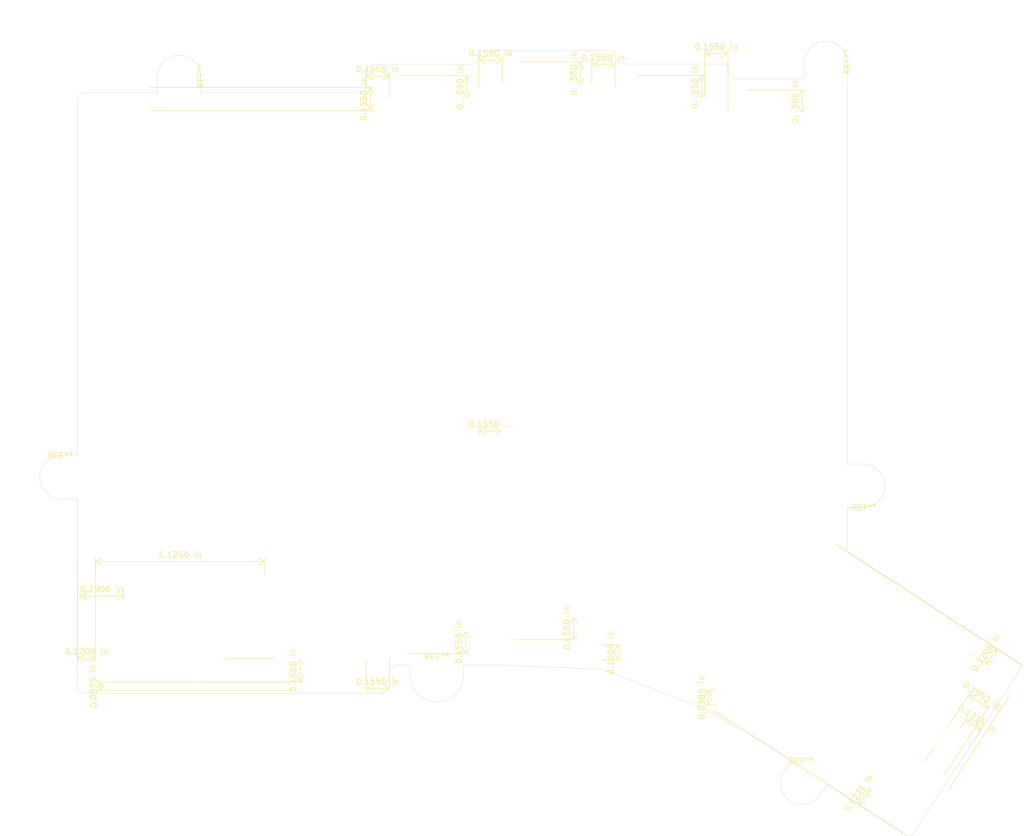
<source format=kicad_pcb>
(kicad_pcb (version 20171130) (host pcbnew 5.1.5)

  (general
    (thickness 1.6)
    (drawings 99)
    (tracks 0)
    (zones 0)
    (modules 37)
    (nets 1)
  )

  (page A2)
  (layers
    (0 F.Cu signal)
    (31 B.Cu signal)
    (32 B.Adhes user)
    (33 F.Adhes user)
    (34 B.Paste user)
    (35 F.Paste user)
    (36 B.SilkS user)
    (37 F.SilkS user)
    (38 B.Mask user)
    (39 F.Mask user)
    (40 Dwgs.User user)
    (41 Cmts.User user)
    (42 Eco1.User user)
    (43 Eco2.User user)
    (44 Edge.Cuts user)
    (45 Margin user)
    (46 B.CrtYd user)
    (47 F.CrtYd user)
    (48 B.Fab user)
    (49 F.Fab user)
  )

  (setup
    (last_trace_width 0.25)
    (user_trace_width 0.2)
    (user_trace_width 0.35)
    (user_trace_width 0.45)
    (user_trace_width 0.62)
    (trace_clearance 0.2)
    (zone_clearance 0.508)
    (zone_45_only no)
    (trace_min 0.2)
    (via_size 0.8)
    (via_drill 0.4)
    (via_min_size 0.4)
    (via_min_drill 0.3)
    (uvia_size 0.3)
    (uvia_drill 0.1)
    (uvias_allowed no)
    (uvia_min_size 0.2)
    (uvia_min_drill 0.1)
    (edge_width 0.05)
    (segment_width 0.2)
    (pcb_text_width 0.3)
    (pcb_text_size 1.5 1.5)
    (mod_edge_width 0.12)
    (mod_text_size 1 1)
    (mod_text_width 0.15)
    (pad_size 1.524 1.524)
    (pad_drill 0.762)
    (pad_to_mask_clearance 0.051)
    (solder_mask_min_width 0.25)
    (aux_axis_origin 0 0)
    (visible_elements FFFDF77F)
    (pcbplotparams
      (layerselection 0x01000_7ffffffe)
      (usegerberextensions false)
      (usegerberattributes false)
      (usegerberadvancedattributes false)
      (creategerberjobfile false)
      (excludeedgelayer true)
      (linewidth 0.100000)
      (plotframeref false)
      (viasonmask false)
      (mode 1)
      (useauxorigin false)
      (hpglpennumber 1)
      (hpglpenspeed 20)
      (hpglpendiameter 15.000000)
      (psnegative false)
      (psa4output false)
      (plotreference true)
      (plotvalue true)
      (plotinvisibletext false)
      (padsonsilk false)
      (subtractmaskfromsilk false)
      (outputformat 3)
      (mirror false)
      (drillshape 0)
      (scaleselection 1)
      (outputdirectory "../../Case/Plates/"))
  )

  (net 0 "")

  (net_class Default "This is the default net class."
    (clearance 0.2)
    (trace_width 0.25)
    (via_dia 0.8)
    (via_drill 0.4)
    (uvia_dia 0.3)
    (uvia_drill 0.1)
  )

  (module MountingHole:MountingHole_2.7mm_M2.5 (layer F.Cu) (tedit 56D1B4CB) (tstamp 5E58CE72)
    (at 189.103 129.413 180)
    (descr "Mounting Hole 2.7mm, no annular, M2.5")
    (tags "mounting hole 2.7mm no annular m2.5")
    (attr virtual)
    (fp_text reference REF** (at 0 -3.7) (layer F.SilkS)
      (effects (font (size 1 1) (thickness 0.15)))
    )
    (fp_text value MountingHole_2.7mm_M2.5 (at 0 3.7) (layer F.Fab)
      (effects (font (size 1 1) (thickness 0.15)))
    )
    (fp_text user %R (at 0.3 0) (layer F.Fab)
      (effects (font (size 1 1) (thickness 0.15)))
    )
    (fp_circle (center 0 0) (end 2.7 0) (layer Cmts.User) (width 0.15))
    (fp_circle (center 0 0) (end 2.95 0) (layer F.CrtYd) (width 0.05))
    (pad 1 np_thru_hole circle (at 0 0 180) (size 2.7 2.7) (drill 2.7) (layers *.Cu *.Mask))
  )

  (module MountingHole:MountingHole_2.7mm_M2.5 (layer F.Cu) (tedit 56D1B4CB) (tstamp 5E58CE72)
    (at 182.5625 57.912 270)
    (descr "Mounting Hole 2.7mm, no annular, M2.5")
    (tags "mounting hole 2.7mm no annular m2.5")
    (attr virtual)
    (fp_text reference REF** (at 0 -3.7 90) (layer F.SilkS)
      (effects (font (size 1 1) (thickness 0.15)))
    )
    (fp_text value MountingHole_2.7mm_M2.5 (at 0 3.7 90) (layer F.Fab)
      (effects (font (size 1 1) (thickness 0.15)))
    )
    (fp_text user %R (at 0.3 0 90) (layer F.Fab)
      (effects (font (size 1 1) (thickness 0.15)))
    )
    (fp_circle (center 0 0) (end 2.7 0) (layer Cmts.User) (width 0.15))
    (fp_circle (center 0 0) (end 2.95 0) (layer F.CrtYd) (width 0.05))
    (pad 1 np_thru_hole circle (at 0 0 270) (size 2.7 2.7) (drill 2.7) (layers *.Cu *.Mask))
  )

  (module MountingHole:MountingHole_2.7mm_M2.5 (layer F.Cu) (tedit 56D1B4CB) (tstamp 5E58CE72)
    (at 73.4695 60.2615 270)
    (descr "Mounting Hole 2.7mm, no annular, M2.5")
    (tags "mounting hole 2.7mm no annular m2.5")
    (attr virtual)
    (fp_text reference REF** (at 0 -3.7 90) (layer F.SilkS)
      (effects (font (size 1 1) (thickness 0.15)))
    )
    (fp_text value MountingHole_2.7mm_M2.5 (at 0 3.7 90) (layer F.Fab)
      (effects (font (size 1 1) (thickness 0.15)))
    )
    (fp_text user %R (at 0.3 0 90) (layer F.Fab)
      (effects (font (size 1 1) (thickness 0.15)))
    )
    (fp_circle (center 0 0) (end 2.7 0) (layer Cmts.User) (width 0.15))
    (fp_circle (center 0 0) (end 2.95 0) (layer F.CrtYd) (width 0.05))
    (pad 1 np_thru_hole circle (at 0 0 270) (size 2.7 2.7) (drill 2.7) (layers *.Cu *.Mask))
  )

  (module MountingHole:MountingHole_2.7mm_M2.5 (layer F.Cu) (tedit 56D1B4CB) (tstamp 5E590CD5)
    (at 53.467 128.0795)
    (descr "Mounting Hole 2.7mm, no annular, M2.5")
    (tags "mounting hole 2.7mm no annular m2.5")
    (attr virtual)
    (fp_text reference REF** (at 0 -3.7) (layer F.SilkS)
      (effects (font (size 1 1) (thickness 0.15)))
    )
    (fp_text value MountingHole_2.7mm_M2.5 (at 0 3.7) (layer F.Fab)
      (effects (font (size 1 1) (thickness 0.15)))
    )
    (fp_circle (center 0 0) (end 2.95 0) (layer F.CrtYd) (width 0.05))
    (fp_circle (center 0 0) (end 2.7 0) (layer Cmts.User) (width 0.15))
    (fp_text user %R (at 0.3 0) (layer F.Fab)
      (effects (font (size 1 1) (thickness 0.15)))
    )
    (pad 1 np_thru_hole circle (at 0 0) (size 2.7 2.7) (drill 2.7) (layers *.Cu *.Mask))
  )

  (module MountingHole:MountingHole_2.7mm_M2.5 (layer F.Cu) (tedit 56D1B4CB) (tstamp 5E590CD8)
    (at 178.562 179.6415)
    (descr "Mounting Hole 2.7mm, no annular, M2.5")
    (tags "mounting hole 2.7mm no annular m2.5")
    (attr virtual)
    (fp_text reference REF** (at 0 -3.7) (layer F.SilkS)
      (effects (font (size 1 1) (thickness 0.15)))
    )
    (fp_text value MountingHole_2.7mm_M2.5 (at 0 3.7) (layer F.Fab)
      (effects (font (size 1 1) (thickness 0.15)))
    )
    (fp_text user %R (at 0.3 0) (layer F.Fab)
      (effects (font (size 1 1) (thickness 0.15)))
    )
    (fp_circle (center 0 0) (end 2.7 0) (layer Cmts.User) (width 0.15))
    (fp_circle (center 0 0) (end 2.95 0) (layer F.CrtYd) (width 0.05))
    (pad 1 np_thru_hole circle (at 0 0) (size 2.7 2.7) (drill 2.7) (layers *.Cu *.Mask))
  )

  (module MountingHole:MountingHole_2.7mm_M2.5 (layer F.Cu) (tedit 56D1B4CB) (tstamp 5E590CD8)
    (at 116.967 161.9885)
    (descr "Mounting Hole 2.7mm, no annular, M2.5")
    (tags "mounting hole 2.7mm no annular m2.5")
    (attr virtual)
    (fp_text reference REF** (at 0 -3.7) (layer F.SilkS)
      (effects (font (size 1 1) (thickness 0.15)))
    )
    (fp_text value MountingHole_2.7mm_M2.5 (at 0 3.7) (layer F.Fab)
      (effects (font (size 1 1) (thickness 0.15)))
    )
    (fp_text user %R (at 0.3 0) (layer F.Fab)
      (effects (font (size 1 1) (thickness 0.15)))
    )
    (fp_circle (center 0 0) (end 2.7 0) (layer Cmts.User) (width 0.15))
    (fp_circle (center 0 0) (end 2.95 0) (layer F.CrtYd) (width 0.05))
    (pad 1 np_thru_hole circle (at 0 0) (size 2.7 2.7) (drill 2.7) (layers *.Cu *.Mask))
  )

  (module Keebio-Parts:MX_Switch_Cutout (layer F.Cu) (tedit 59612069) (tstamp 5E538413)
    (at 173.6725 73.3425)
    (fp_text reference REF** (at 0.25 10.05) (layer Eco2.User) hide
      (effects (font (size 1 1) (thickness 0.15)))
    )
    (fp_text value MX_Switch_Cutout (at 0 -15.24) (layer F.Fab) hide
      (effects (font (size 1 1) (thickness 0.15)))
    )
    (fp_line (start 9.5 -9.5) (end 9.5 9.5) (layer Dwgs.User) (width 0.15))
    (fp_line (start 9.5 9.5) (end -9.5 9.5) (layer Dwgs.User) (width 0.15))
    (fp_line (start -9.5 9.5) (end -9.5 -9.5) (layer Dwgs.User) (width 0.15))
    (fp_line (start -9.5 -9.5) (end 9.5 -9.5) (layer Dwgs.User) (width 0.15))
    (pad "" np_thru_hole oval (at 7.14375 2.667) (size 1.3335 0.508) (drill oval 1.3335 0.508) (layers *.Cu *.Mask))
    (pad "" np_thru_hole oval (at -7.14375 2.667) (size 1.3335 0.508) (drill oval 1.3335 0.508) (layers *.Cu *.Mask))
    (pad "" np_thru_hole oval (at 7.14375 -2.667) (size 1.3335 0.508) (drill oval 1.3335 0.508) (layers *.Cu *.Mask))
    (pad "" np_thru_hole oval (at -7.14375 -2.667) (size 1.3335 0.508) (drill oval 1.3335 0.508) (layers *.Cu *.Mask))
    (pad "" np_thru_hole oval (at 0 6.985) (size 5.08 1.27) (drill oval 5.08 1.27) (layers *.Cu *.Mask))
    (pad "" np_thru_hole oval (at 0 -6.985) (size 5.08 1.27) (drill oval 5.08 1.27) (layers *.Cu *.Mask))
    (pad "" np_thru_hole oval (at -6.731 0) (size 0.508 5.842) (drill oval 0.508 5.842) (layers *.Cu *.Mask))
    (pad "" np_thru_hole oval (at 6.731 0) (size 0.508 5.842) (drill oval 0.508 5.842) (layers *.Cu *.Mask))
    (pad "" np_thru_hole oval (at -7.5565 4.699) (size 0.508 4.572) (drill oval 0.508 4.572) (layers *.Cu *.Mask))
    (pad "" np_thru_hole oval (at 7.5565 4.699) (size 0.508 4.572) (drill oval 0.508 4.572) (layers *.Cu *.Mask))
    (pad "" np_thru_hole oval (at 7.5565 -4.699) (size 0.508 4.572) (drill oval 0.508 4.572) (layers *.Cu *.Mask))
    (pad "" np_thru_hole oval (at -7.5565 -4.699) (size 0.508 4.572) (drill oval 0.508 4.572) (layers *.Cu *.Mask))
    (pad "" np_thru_hole oval (at 0 6.731) (size 15.5956 0.508) (drill oval 15.5956 0.508) (layers *.Cu *.Mask))
    (pad "" np_thru_hole oval (at 0 -6.731) (size 15.5956 0.508) (drill oval 15.5956 0.508) (layers *.Cu *.Mask))
  )

  (module Keebio-Parts:MX_Switch_Cutout (layer F.Cu) (tedit 59612069) (tstamp 5E538176)
    (at 116.5225 70.9295)
    (fp_text reference REF** (at 0.25 10.05) (layer Eco2.User) hide
      (effects (font (size 1 1) (thickness 0.15)))
    )
    (fp_text value MX_Switch_Cutout (at 0 -15.24) (layer F.Fab) hide
      (effects (font (size 1 1) (thickness 0.15)))
    )
    (fp_line (start 9.5 -9.5) (end 9.5 9.5) (layer Dwgs.User) (width 0.15))
    (fp_line (start 9.5 9.5) (end -9.5 9.5) (layer Dwgs.User) (width 0.15))
    (fp_line (start -9.5 9.5) (end -9.5 -9.5) (layer Dwgs.User) (width 0.15))
    (fp_line (start -9.5 -9.5) (end 9.5 -9.5) (layer Dwgs.User) (width 0.15))
    (pad "" np_thru_hole oval (at 7.14375 2.667) (size 1.3335 0.508) (drill oval 1.3335 0.508) (layers *.Cu *.Mask))
    (pad "" np_thru_hole oval (at -7.14375 2.667) (size 1.3335 0.508) (drill oval 1.3335 0.508) (layers *.Cu *.Mask))
    (pad "" np_thru_hole oval (at 7.14375 -2.667) (size 1.3335 0.508) (drill oval 1.3335 0.508) (layers *.Cu *.Mask))
    (pad "" np_thru_hole oval (at -7.14375 -2.667) (size 1.3335 0.508) (drill oval 1.3335 0.508) (layers *.Cu *.Mask))
    (pad "" np_thru_hole oval (at 0 6.985) (size 5.08 1.27) (drill oval 5.08 1.27) (layers *.Cu *.Mask))
    (pad "" np_thru_hole oval (at 0 -6.985) (size 5.08 1.27) (drill oval 5.08 1.27) (layers *.Cu *.Mask))
    (pad "" np_thru_hole oval (at -6.731 0) (size 0.508 5.842) (drill oval 0.508 5.842) (layers *.Cu *.Mask))
    (pad "" np_thru_hole oval (at 6.731 0) (size 0.508 5.842) (drill oval 0.508 5.842) (layers *.Cu *.Mask))
    (pad "" np_thru_hole oval (at -7.5565 4.699) (size 0.508 4.572) (drill oval 0.508 4.572) (layers *.Cu *.Mask))
    (pad "" np_thru_hole oval (at 7.5565 4.699) (size 0.508 4.572) (drill oval 0.508 4.572) (layers *.Cu *.Mask))
    (pad "" np_thru_hole oval (at 7.5565 -4.699) (size 0.508 4.572) (drill oval 0.508 4.572) (layers *.Cu *.Mask))
    (pad "" np_thru_hole oval (at -7.5565 -4.699) (size 0.508 4.572) (drill oval 0.508 4.572) (layers *.Cu *.Mask))
    (pad "" np_thru_hole oval (at 0 6.731) (size 15.5956 0.508) (drill oval 15.5956 0.508) (layers *.Cu *.Mask))
    (pad "" np_thru_hole oval (at 0 -6.731) (size 15.5956 0.508) (drill oval 15.5956 0.508) (layers *.Cu *.Mask))
  )

  (module Keebio-Parts:MX_Switch_Cutout (layer F.Cu) (tedit 59612069) (tstamp 5E539DC8)
    (at 73.66 113.792)
    (fp_text reference REF** (at 0.25 10.05) (layer Eco2.User) hide
      (effects (font (size 1 1) (thickness 0.15)))
    )
    (fp_text value MX_Switch_Cutout (at 0 -15.24) (layer F.Fab) hide
      (effects (font (size 1 1) (thickness 0.15)))
    )
    (fp_line (start -9.5 -9.5) (end 9.5 -9.5) (layer Dwgs.User) (width 0.15))
    (fp_line (start -9.5 9.5) (end -9.5 -9.5) (layer Dwgs.User) (width 0.15))
    (fp_line (start 9.5 9.5) (end -9.5 9.5) (layer Dwgs.User) (width 0.15))
    (fp_line (start 9.5 -9.5) (end 9.5 9.5) (layer Dwgs.User) (width 0.15))
    (pad "" np_thru_hole oval (at 0 -6.731) (size 15.5956 0.508) (drill oval 15.5956 0.508) (layers *.Cu *.Mask))
    (pad "" np_thru_hole oval (at 0 6.731) (size 15.5956 0.508) (drill oval 15.5956 0.508) (layers *.Cu *.Mask))
    (pad "" np_thru_hole oval (at -7.5565 -4.699) (size 0.508 4.572) (drill oval 0.508 4.572) (layers *.Cu *.Mask))
    (pad "" np_thru_hole oval (at 7.5565 -4.699) (size 0.508 4.572) (drill oval 0.508 4.572) (layers *.Cu *.Mask))
    (pad "" np_thru_hole oval (at 7.5565 4.699) (size 0.508 4.572) (drill oval 0.508 4.572) (layers *.Cu *.Mask))
    (pad "" np_thru_hole oval (at -7.5565 4.699) (size 0.508 4.572) (drill oval 0.508 4.572) (layers *.Cu *.Mask))
    (pad "" np_thru_hole oval (at 6.731 0) (size 0.508 5.842) (drill oval 0.508 5.842) (layers *.Cu *.Mask))
    (pad "" np_thru_hole oval (at -6.731 0) (size 0.508 5.842) (drill oval 0.508 5.842) (layers *.Cu *.Mask))
    (pad "" np_thru_hole oval (at 0 -6.985) (size 5.08 1.27) (drill oval 5.08 1.27) (layers *.Cu *.Mask))
    (pad "" np_thru_hole oval (at 0 6.985) (size 5.08 1.27) (drill oval 5.08 1.27) (layers *.Cu *.Mask))
    (pad "" np_thru_hole oval (at -7.14375 -2.667) (size 1.3335 0.508) (drill oval 1.3335 0.508) (layers *.Cu *.Mask))
    (pad "" np_thru_hole oval (at 7.14375 -2.667) (size 1.3335 0.508) (drill oval 1.3335 0.508) (layers *.Cu *.Mask))
    (pad "" np_thru_hole oval (at -7.14375 2.667) (size 1.3335 0.508) (drill oval 1.3335 0.508) (layers *.Cu *.Mask))
    (pad "" np_thru_hole oval (at 7.14375 2.667) (size 1.3335 0.508) (drill oval 1.3335 0.508) (layers *.Cu *.Mask))
  )

  (module Keebio-Parts:MX_Switch_Cutout (layer F.Cu) (tedit 59612069) (tstamp 5E539DB3)
    (at 73.66 132.842)
    (fp_text reference REF** (at 0.25 10.05) (layer Eco2.User) hide
      (effects (font (size 1 1) (thickness 0.15)))
    )
    (fp_text value MX_Switch_Cutout (at 0 -15.24) (layer F.Fab) hide
      (effects (font (size 1 1) (thickness 0.15)))
    )
    (fp_line (start 9.5 -9.5) (end 9.5 9.5) (layer Dwgs.User) (width 0.15))
    (fp_line (start 9.5 9.5) (end -9.5 9.5) (layer Dwgs.User) (width 0.15))
    (fp_line (start -9.5 9.5) (end -9.5 -9.5) (layer Dwgs.User) (width 0.15))
    (fp_line (start -9.5 -9.5) (end 9.5 -9.5) (layer Dwgs.User) (width 0.15))
    (pad "" np_thru_hole oval (at 7.14375 2.667) (size 1.3335 0.508) (drill oval 1.3335 0.508) (layers *.Cu *.Mask))
    (pad "" np_thru_hole oval (at -7.14375 2.667) (size 1.3335 0.508) (drill oval 1.3335 0.508) (layers *.Cu *.Mask))
    (pad "" np_thru_hole oval (at 7.14375 -2.667) (size 1.3335 0.508) (drill oval 1.3335 0.508) (layers *.Cu *.Mask))
    (pad "" np_thru_hole oval (at -7.14375 -2.667) (size 1.3335 0.508) (drill oval 1.3335 0.508) (layers *.Cu *.Mask))
    (pad "" np_thru_hole oval (at 0 6.985) (size 5.08 1.27) (drill oval 5.08 1.27) (layers *.Cu *.Mask))
    (pad "" np_thru_hole oval (at 0 -6.985) (size 5.08 1.27) (drill oval 5.08 1.27) (layers *.Cu *.Mask))
    (pad "" np_thru_hole oval (at -6.731 0) (size 0.508 5.842) (drill oval 0.508 5.842) (layers *.Cu *.Mask))
    (pad "" np_thru_hole oval (at 6.731 0) (size 0.508 5.842) (drill oval 0.508 5.842) (layers *.Cu *.Mask))
    (pad "" np_thru_hole oval (at -7.5565 4.699) (size 0.508 4.572) (drill oval 0.508 4.572) (layers *.Cu *.Mask))
    (pad "" np_thru_hole oval (at 7.5565 4.699) (size 0.508 4.572) (drill oval 0.508 4.572) (layers *.Cu *.Mask))
    (pad "" np_thru_hole oval (at 7.5565 -4.699) (size 0.508 4.572) (drill oval 0.508 4.572) (layers *.Cu *.Mask))
    (pad "" np_thru_hole oval (at -7.5565 -4.699) (size 0.508 4.572) (drill oval 0.508 4.572) (layers *.Cu *.Mask))
    (pad "" np_thru_hole oval (at 0 6.731) (size 15.5956 0.508) (drill oval 15.5956 0.508) (layers *.Cu *.Mask))
    (pad "" np_thru_hole oval (at 0 -6.731) (size 15.5956 0.508) (drill oval 15.5956 0.508) (layers *.Cu *.Mask))
  )

  (module Keebio-Parts:MX_Switch_Cutout (layer F.Cu) (tedit 59612069) (tstamp 5E539D9E)
    (at 73.66 75.692)
    (fp_text reference REF** (at 0.25 10.05) (layer Eco2.User) hide
      (effects (font (size 1 1) (thickness 0.15)))
    )
    (fp_text value MX_Switch_Cutout (at 0 -15.24) (layer F.Fab) hide
      (effects (font (size 1 1) (thickness 0.15)))
    )
    (fp_line (start 9.5 -9.5) (end 9.5 9.5) (layer Dwgs.User) (width 0.15))
    (fp_line (start 9.5 9.5) (end -9.5 9.5) (layer Dwgs.User) (width 0.15))
    (fp_line (start -9.5 9.5) (end -9.5 -9.5) (layer Dwgs.User) (width 0.15))
    (fp_line (start -9.5 -9.5) (end 9.5 -9.5) (layer Dwgs.User) (width 0.15))
    (pad "" np_thru_hole oval (at 7.14375 2.667) (size 1.3335 0.508) (drill oval 1.3335 0.508) (layers *.Cu *.Mask))
    (pad "" np_thru_hole oval (at -7.14375 2.667) (size 1.3335 0.508) (drill oval 1.3335 0.508) (layers *.Cu *.Mask))
    (pad "" np_thru_hole oval (at 7.14375 -2.667) (size 1.3335 0.508) (drill oval 1.3335 0.508) (layers *.Cu *.Mask))
    (pad "" np_thru_hole oval (at -7.14375 -2.667) (size 1.3335 0.508) (drill oval 1.3335 0.508) (layers *.Cu *.Mask))
    (pad "" np_thru_hole oval (at 0 6.985) (size 5.08 1.27) (drill oval 5.08 1.27) (layers *.Cu *.Mask))
    (pad "" np_thru_hole oval (at 0 -6.985) (size 5.08 1.27) (drill oval 5.08 1.27) (layers *.Cu *.Mask))
    (pad "" np_thru_hole oval (at -6.731 0) (size 0.508 5.842) (drill oval 0.508 5.842) (layers *.Cu *.Mask))
    (pad "" np_thru_hole oval (at 6.731 0) (size 0.508 5.842) (drill oval 0.508 5.842) (layers *.Cu *.Mask))
    (pad "" np_thru_hole oval (at -7.5565 4.699) (size 0.508 4.572) (drill oval 0.508 4.572) (layers *.Cu *.Mask))
    (pad "" np_thru_hole oval (at 7.5565 4.699) (size 0.508 4.572) (drill oval 0.508 4.572) (layers *.Cu *.Mask))
    (pad "" np_thru_hole oval (at 7.5565 -4.699) (size 0.508 4.572) (drill oval 0.508 4.572) (layers *.Cu *.Mask))
    (pad "" np_thru_hole oval (at -7.5565 -4.699) (size 0.508 4.572) (drill oval 0.508 4.572) (layers *.Cu *.Mask))
    (pad "" np_thru_hole oval (at 0 6.731) (size 15.5956 0.508) (drill oval 15.5956 0.508) (layers *.Cu *.Mask))
    (pad "" np_thru_hole oval (at 0 -6.731) (size 15.5956 0.508) (drill oval 15.5956 0.508) (layers *.Cu *.Mask))
  )

  (module Keebio-Parts:MX_Switch_Cutout (layer F.Cu) (tedit 59612069) (tstamp 5E539D89)
    (at 73.66 151.892)
    (fp_text reference REF** (at 0.25 10.05) (layer Eco2.User) hide
      (effects (font (size 1 1) (thickness 0.15)))
    )
    (fp_text value MX_Switch_Cutout (at 0 -15.24) (layer F.Fab) hide
      (effects (font (size 1 1) (thickness 0.15)))
    )
    (fp_line (start -9.5 -9.5) (end 9.5 -9.5) (layer Dwgs.User) (width 0.15))
    (fp_line (start -9.5 9.5) (end -9.5 -9.5) (layer Dwgs.User) (width 0.15))
    (fp_line (start 9.5 9.5) (end -9.5 9.5) (layer Dwgs.User) (width 0.15))
    (fp_line (start 9.5 -9.5) (end 9.5 9.5) (layer Dwgs.User) (width 0.15))
    (pad "" np_thru_hole oval (at 0 -6.731) (size 15.5956 0.508) (drill oval 15.5956 0.508) (layers *.Cu *.Mask))
    (pad "" np_thru_hole oval (at 0 6.731) (size 15.5956 0.508) (drill oval 15.5956 0.508) (layers *.Cu *.Mask))
    (pad "" np_thru_hole oval (at -7.5565 -4.699) (size 0.508 4.572) (drill oval 0.508 4.572) (layers *.Cu *.Mask))
    (pad "" np_thru_hole oval (at 7.5565 -4.699) (size 0.508 4.572) (drill oval 0.508 4.572) (layers *.Cu *.Mask))
    (pad "" np_thru_hole oval (at 7.5565 4.699) (size 0.508 4.572) (drill oval 0.508 4.572) (layers *.Cu *.Mask))
    (pad "" np_thru_hole oval (at -7.5565 4.699) (size 0.508 4.572) (drill oval 0.508 4.572) (layers *.Cu *.Mask))
    (pad "" np_thru_hole oval (at 6.731 0) (size 0.508 5.842) (drill oval 0.508 5.842) (layers *.Cu *.Mask))
    (pad "" np_thru_hole oval (at -6.731 0) (size 0.508 5.842) (drill oval 0.508 5.842) (layers *.Cu *.Mask))
    (pad "" np_thru_hole oval (at 0 -6.985) (size 5.08 1.27) (drill oval 5.08 1.27) (layers *.Cu *.Mask))
    (pad "" np_thru_hole oval (at 0 6.985) (size 5.08 1.27) (drill oval 5.08 1.27) (layers *.Cu *.Mask))
    (pad "" np_thru_hole oval (at -7.14375 -2.667) (size 1.3335 0.508) (drill oval 1.3335 0.508) (layers *.Cu *.Mask))
    (pad "" np_thru_hole oval (at 7.14375 -2.667) (size 1.3335 0.508) (drill oval 1.3335 0.508) (layers *.Cu *.Mask))
    (pad "" np_thru_hole oval (at -7.14375 2.667) (size 1.3335 0.508) (drill oval 1.3335 0.508) (layers *.Cu *.Mask))
    (pad "" np_thru_hole oval (at 7.14375 2.667) (size 1.3335 0.508) (drill oval 1.3335 0.508) (layers *.Cu *.Mask))
  )

  (module Keebio-Parts:MX_Switch_Cutout (layer F.Cu) (tedit 59612069) (tstamp 5E539D74)
    (at 73.66 94.742)
    (fp_text reference REF** (at 0.25 10.05) (layer Eco2.User) hide
      (effects (font (size 1 1) (thickness 0.15)))
    )
    (fp_text value MX_Switch_Cutout (at 0 -15.24) (layer F.Fab) hide
      (effects (font (size 1 1) (thickness 0.15)))
    )
    (fp_line (start -9.5 -9.5) (end 9.5 -9.5) (layer Dwgs.User) (width 0.15))
    (fp_line (start -9.5 9.5) (end -9.5 -9.5) (layer Dwgs.User) (width 0.15))
    (fp_line (start 9.5 9.5) (end -9.5 9.5) (layer Dwgs.User) (width 0.15))
    (fp_line (start 9.5 -9.5) (end 9.5 9.5) (layer Dwgs.User) (width 0.15))
    (pad "" np_thru_hole oval (at 0 -6.731) (size 15.5956 0.508) (drill oval 15.5956 0.508) (layers *.Cu *.Mask))
    (pad "" np_thru_hole oval (at 0 6.731) (size 15.5956 0.508) (drill oval 15.5956 0.508) (layers *.Cu *.Mask))
    (pad "" np_thru_hole oval (at -7.5565 -4.699) (size 0.508 4.572) (drill oval 0.508 4.572) (layers *.Cu *.Mask))
    (pad "" np_thru_hole oval (at 7.5565 -4.699) (size 0.508 4.572) (drill oval 0.508 4.572) (layers *.Cu *.Mask))
    (pad "" np_thru_hole oval (at 7.5565 4.699) (size 0.508 4.572) (drill oval 0.508 4.572) (layers *.Cu *.Mask))
    (pad "" np_thru_hole oval (at -7.5565 4.699) (size 0.508 4.572) (drill oval 0.508 4.572) (layers *.Cu *.Mask))
    (pad "" np_thru_hole oval (at 6.731 0) (size 0.508 5.842) (drill oval 0.508 5.842) (layers *.Cu *.Mask))
    (pad "" np_thru_hole oval (at -6.731 0) (size 0.508 5.842) (drill oval 0.508 5.842) (layers *.Cu *.Mask))
    (pad "" np_thru_hole oval (at 0 -6.985) (size 5.08 1.27) (drill oval 5.08 1.27) (layers *.Cu *.Mask))
    (pad "" np_thru_hole oval (at 0 6.985) (size 5.08 1.27) (drill oval 5.08 1.27) (layers *.Cu *.Mask))
    (pad "" np_thru_hole oval (at -7.14375 -2.667) (size 1.3335 0.508) (drill oval 1.3335 0.508) (layers *.Cu *.Mask))
    (pad "" np_thru_hole oval (at 7.14375 -2.667) (size 1.3335 0.508) (drill oval 1.3335 0.508) (layers *.Cu *.Mask))
    (pad "" np_thru_hole oval (at -7.14375 2.667) (size 1.3335 0.508) (drill oval 1.3335 0.508) (layers *.Cu *.Mask))
    (pad "" np_thru_hole oval (at 7.14375 2.667) (size 1.3335 0.508) (drill oval 1.3335 0.508) (layers *.Cu *.Mask))
  )

  (module Keebio-Parts:MX_Switch_Cutout (layer F.Cu) (tedit 59612069) (tstamp 5E538520)
    (at 195.834 167.513 57)
    (fp_text reference REF** (at 0.25 10.05 57) (layer Eco2.User) hide
      (effects (font (size 1 1) (thickness 0.15)))
    )
    (fp_text value MX_Switch_Cutout (at 0 -15.24 57) (layer F.Fab) hide
      (effects (font (size 1 1) (thickness 0.15)))
    )
    (fp_line (start -9.5 -9.5) (end 9.5 -9.5) (layer Dwgs.User) (width 0.15))
    (fp_line (start -9.5 9.5) (end -9.5 -9.5) (layer Dwgs.User) (width 0.15))
    (fp_line (start 9.5 9.5) (end -9.5 9.5) (layer Dwgs.User) (width 0.15))
    (fp_line (start 9.5 -9.5) (end 9.5 9.5) (layer Dwgs.User) (width 0.15))
    (pad "" np_thru_hole oval (at 0 -6.731 57) (size 15.5956 0.508) (drill oval 15.5956 0.508) (layers *.Cu *.Mask))
    (pad "" np_thru_hole oval (at 0 6.731 57) (size 15.5956 0.508) (drill oval 15.5956 0.508) (layers *.Cu *.Mask))
    (pad "" np_thru_hole oval (at -7.5565 -4.699 57) (size 0.508 4.572) (drill oval 0.508 4.572) (layers *.Cu *.Mask))
    (pad "" np_thru_hole oval (at 7.5565 -4.699 57) (size 0.508 4.572) (drill oval 0.508 4.572) (layers *.Cu *.Mask))
    (pad "" np_thru_hole oval (at 7.5565 4.699 57) (size 0.508 4.572) (drill oval 0.508 4.572) (layers *.Cu *.Mask))
    (pad "" np_thru_hole oval (at -7.5565 4.699 57) (size 0.508 4.572) (drill oval 0.508 4.572) (layers *.Cu *.Mask))
    (pad "" np_thru_hole oval (at 6.731 0 57) (size 0.508 5.842) (drill oval 0.508 5.842) (layers *.Cu *.Mask))
    (pad "" np_thru_hole oval (at -6.731 0 57) (size 0.508 5.842) (drill oval 0.508 5.842) (layers *.Cu *.Mask))
    (pad "" np_thru_hole oval (at 0 -6.985 57) (size 5.08 1.27) (drill oval 5.08 1.27) (layers *.Cu *.Mask))
    (pad "" np_thru_hole oval (at 0 6.985 57) (size 5.08 1.27) (drill oval 5.08 1.27) (layers *.Cu *.Mask))
    (pad "" np_thru_hole oval (at -7.14375 -2.667 57) (size 1.3335 0.508) (drill oval 1.3335 0.508) (layers *.Cu *.Mask))
    (pad "" np_thru_hole oval (at 7.14375 -2.667 57) (size 1.3335 0.508) (drill oval 1.3335 0.508) (layers *.Cu *.Mask))
    (pad "" np_thru_hole oval (at -7.14375 2.667 57) (size 1.3335 0.508) (drill oval 1.3335 0.508) (layers *.Cu *.Mask))
    (pad "" np_thru_hole oval (at 7.14375 2.667 57) (size 1.3335 0.508) (drill oval 1.3335 0.508) (layers *.Cu *.Mask))
  )

  (module Keebio-Parts:MX_Switch_Cutout (layer F.Cu) (tedit 59612069) (tstamp 5E538520)
    (at 179.8955 157.1625 57)
    (fp_text reference REF** (at 0.25 10.05 57) (layer Eco2.User) hide
      (effects (font (size 1 1) (thickness 0.15)))
    )
    (fp_text value MX_Switch_Cutout (at 0 -15.24 57) (layer F.Fab) hide
      (effects (font (size 1 1) (thickness 0.15)))
    )
    (fp_line (start -9.5 -9.5) (end 9.5 -9.5) (layer Dwgs.User) (width 0.15))
    (fp_line (start -9.5 9.5) (end -9.5 -9.5) (layer Dwgs.User) (width 0.15))
    (fp_line (start 9.5 9.5) (end -9.5 9.5) (layer Dwgs.User) (width 0.15))
    (fp_line (start 9.5 -9.5) (end 9.5 9.5) (layer Dwgs.User) (width 0.15))
    (pad "" np_thru_hole oval (at 0 -6.731 57) (size 15.5956 0.508) (drill oval 15.5956 0.508) (layers *.Cu *.Mask))
    (pad "" np_thru_hole oval (at 0 6.731 57) (size 15.5956 0.508) (drill oval 15.5956 0.508) (layers *.Cu *.Mask))
    (pad "" np_thru_hole oval (at -7.5565 -4.699 57) (size 0.508 4.572) (drill oval 0.508 4.572) (layers *.Cu *.Mask))
    (pad "" np_thru_hole oval (at 7.5565 -4.699 57) (size 0.508 4.572) (drill oval 0.508 4.572) (layers *.Cu *.Mask))
    (pad "" np_thru_hole oval (at 7.5565 4.699 57) (size 0.508 4.572) (drill oval 0.508 4.572) (layers *.Cu *.Mask))
    (pad "" np_thru_hole oval (at -7.5565 4.699 57) (size 0.508 4.572) (drill oval 0.508 4.572) (layers *.Cu *.Mask))
    (pad "" np_thru_hole oval (at 6.731 0 57) (size 0.508 5.842) (drill oval 0.508 5.842) (layers *.Cu *.Mask))
    (pad "" np_thru_hole oval (at -6.731 0 57) (size 0.508 5.842) (drill oval 0.508 5.842) (layers *.Cu *.Mask))
    (pad "" np_thru_hole oval (at 0 -6.985 57) (size 5.08 1.27) (drill oval 5.08 1.27) (layers *.Cu *.Mask))
    (pad "" np_thru_hole oval (at 0 6.985 57) (size 5.08 1.27) (drill oval 5.08 1.27) (layers *.Cu *.Mask))
    (pad "" np_thru_hole oval (at -7.14375 -2.667 57) (size 1.3335 0.508) (drill oval 1.3335 0.508) (layers *.Cu *.Mask))
    (pad "" np_thru_hole oval (at 7.14375 -2.667 57) (size 1.3335 0.508) (drill oval 1.3335 0.508) (layers *.Cu *.Mask))
    (pad "" np_thru_hole oval (at -7.14375 2.667 57) (size 1.3335 0.508) (drill oval 1.3335 0.508) (layers *.Cu *.Mask))
    (pad "" np_thru_hole oval (at 7.14375 2.667 57) (size 1.3335 0.508) (drill oval 1.3335 0.508) (layers *.Cu *.Mask))
  )

  (module Keebio-Parts:MX_Switch_Cutout (layer F.Cu) (tedit 59612069) (tstamp 5E538520)
    (at 156.5275 149.606 165)
    (fp_text reference REF** (at 0.25 10.05 165) (layer Eco2.User) hide
      (effects (font (size 1 1) (thickness 0.15)))
    )
    (fp_text value MX_Switch_Cutout (at 0 -15.24 165) (layer F.Fab) hide
      (effects (font (size 1 1) (thickness 0.15)))
    )
    (fp_line (start -9.5 -9.5) (end 9.5 -9.5) (layer Dwgs.User) (width 0.15))
    (fp_line (start -9.5 9.5) (end -9.5 -9.5) (layer Dwgs.User) (width 0.15))
    (fp_line (start 9.5 9.5) (end -9.5 9.5) (layer Dwgs.User) (width 0.15))
    (fp_line (start 9.5 -9.5) (end 9.5 9.5) (layer Dwgs.User) (width 0.15))
    (pad "" np_thru_hole oval (at 0 -6.731 165) (size 15.5956 0.508) (drill oval 15.5956 0.508) (layers *.Cu *.Mask))
    (pad "" np_thru_hole oval (at 0 6.731 165) (size 15.5956 0.508) (drill oval 15.5956 0.508) (layers *.Cu *.Mask))
    (pad "" np_thru_hole oval (at -7.5565 -4.699 165) (size 0.508 4.572) (drill oval 0.508 4.572) (layers *.Cu *.Mask))
    (pad "" np_thru_hole oval (at 7.5565 -4.699 165) (size 0.508 4.572) (drill oval 0.508 4.572) (layers *.Cu *.Mask))
    (pad "" np_thru_hole oval (at 7.5565 4.699 165) (size 0.508 4.572) (drill oval 0.508 4.572) (layers *.Cu *.Mask))
    (pad "" np_thru_hole oval (at -7.5565 4.699 165) (size 0.508 4.572) (drill oval 0.508 4.572) (layers *.Cu *.Mask))
    (pad "" np_thru_hole oval (at 6.731 0 165) (size 0.508 5.842) (drill oval 0.508 5.842) (layers *.Cu *.Mask))
    (pad "" np_thru_hole oval (at -6.731 0 165) (size 0.508 5.842) (drill oval 0.508 5.842) (layers *.Cu *.Mask))
    (pad "" np_thru_hole oval (at 0 -6.985 165) (size 5.08 1.27) (drill oval 5.08 1.27) (layers *.Cu *.Mask))
    (pad "" np_thru_hole oval (at 0 6.985 165) (size 5.08 1.27) (drill oval 5.08 1.27) (layers *.Cu *.Mask))
    (pad "" np_thru_hole oval (at -7.14375 -2.667 165) (size 1.3335 0.508) (drill oval 1.3335 0.508) (layers *.Cu *.Mask))
    (pad "" np_thru_hole oval (at 7.14375 -2.667 165) (size 1.3335 0.508) (drill oval 1.3335 0.508) (layers *.Cu *.Mask))
    (pad "" np_thru_hole oval (at -7.14375 2.667 165) (size 1.3335 0.508) (drill oval 1.3335 0.508) (layers *.Cu *.Mask))
    (pad "" np_thru_hole oval (at 7.14375 2.667 165) (size 1.3335 0.508) (drill oval 1.3335 0.508) (layers *.Cu *.Mask))
  )

  (module Keebio-Parts:MX_Switch_Cutout (layer F.Cu) (tedit 59612069) (tstamp 5E53843D)
    (at 173.6725 130.4925)
    (fp_text reference REF** (at 0.25 10.05) (layer Eco2.User) hide
      (effects (font (size 1 1) (thickness 0.15)))
    )
    (fp_text value MX_Switch_Cutout (at 0 -15.24) (layer F.Fab) hide
      (effects (font (size 1 1) (thickness 0.15)))
    )
    (fp_line (start 9.5 -9.5) (end 9.5 9.5) (layer Dwgs.User) (width 0.15))
    (fp_line (start 9.5 9.5) (end -9.5 9.5) (layer Dwgs.User) (width 0.15))
    (fp_line (start -9.5 9.5) (end -9.5 -9.5) (layer Dwgs.User) (width 0.15))
    (fp_line (start -9.5 -9.5) (end 9.5 -9.5) (layer Dwgs.User) (width 0.15))
    (pad "" np_thru_hole oval (at 7.14375 2.667) (size 1.3335 0.508) (drill oval 1.3335 0.508) (layers *.Cu *.Mask))
    (pad "" np_thru_hole oval (at -7.14375 2.667) (size 1.3335 0.508) (drill oval 1.3335 0.508) (layers *.Cu *.Mask))
    (pad "" np_thru_hole oval (at 7.14375 -2.667) (size 1.3335 0.508) (drill oval 1.3335 0.508) (layers *.Cu *.Mask))
    (pad "" np_thru_hole oval (at -7.14375 -2.667) (size 1.3335 0.508) (drill oval 1.3335 0.508) (layers *.Cu *.Mask))
    (pad "" np_thru_hole oval (at 0 6.985) (size 5.08 1.27) (drill oval 5.08 1.27) (layers *.Cu *.Mask))
    (pad "" np_thru_hole oval (at 0 -6.985) (size 5.08 1.27) (drill oval 5.08 1.27) (layers *.Cu *.Mask))
    (pad "" np_thru_hole oval (at -6.731 0) (size 0.508 5.842) (drill oval 0.508 5.842) (layers *.Cu *.Mask))
    (pad "" np_thru_hole oval (at 6.731 0) (size 0.508 5.842) (drill oval 0.508 5.842) (layers *.Cu *.Mask))
    (pad "" np_thru_hole oval (at -7.5565 4.699) (size 0.508 4.572) (drill oval 0.508 4.572) (layers *.Cu *.Mask))
    (pad "" np_thru_hole oval (at 7.5565 4.699) (size 0.508 4.572) (drill oval 0.508 4.572) (layers *.Cu *.Mask))
    (pad "" np_thru_hole oval (at 7.5565 -4.699) (size 0.508 4.572) (drill oval 0.508 4.572) (layers *.Cu *.Mask))
    (pad "" np_thru_hole oval (at -7.5565 -4.699) (size 0.508 4.572) (drill oval 0.508 4.572) (layers *.Cu *.Mask))
    (pad "" np_thru_hole oval (at 0 6.731) (size 15.5956 0.508) (drill oval 15.5956 0.508) (layers *.Cu *.Mask))
    (pad "" np_thru_hole oval (at 0 -6.731) (size 15.5956 0.508) (drill oval 15.5956 0.508) (layers *.Cu *.Mask))
  )

  (module Keebio-Parts:MX_Switch_Cutout (layer F.Cu) (tedit 59612069) (tstamp 5E538428)
    (at 173.6725 111.4425)
    (fp_text reference REF** (at 0.25 10.05) (layer Eco2.User) hide
      (effects (font (size 1 1) (thickness 0.15)))
    )
    (fp_text value MX_Switch_Cutout (at 0 -15.24) (layer F.Fab) hide
      (effects (font (size 1 1) (thickness 0.15)))
    )
    (fp_line (start -9.5 -9.5) (end 9.5 -9.5) (layer Dwgs.User) (width 0.15))
    (fp_line (start -9.5 9.5) (end -9.5 -9.5) (layer Dwgs.User) (width 0.15))
    (fp_line (start 9.5 9.5) (end -9.5 9.5) (layer Dwgs.User) (width 0.15))
    (fp_line (start 9.5 -9.5) (end 9.5 9.5) (layer Dwgs.User) (width 0.15))
    (pad "" np_thru_hole oval (at 0 -6.731) (size 15.5956 0.508) (drill oval 15.5956 0.508) (layers *.Cu *.Mask))
    (pad "" np_thru_hole oval (at 0 6.731) (size 15.5956 0.508) (drill oval 15.5956 0.508) (layers *.Cu *.Mask))
    (pad "" np_thru_hole oval (at -7.5565 -4.699) (size 0.508 4.572) (drill oval 0.508 4.572) (layers *.Cu *.Mask))
    (pad "" np_thru_hole oval (at 7.5565 -4.699) (size 0.508 4.572) (drill oval 0.508 4.572) (layers *.Cu *.Mask))
    (pad "" np_thru_hole oval (at 7.5565 4.699) (size 0.508 4.572) (drill oval 0.508 4.572) (layers *.Cu *.Mask))
    (pad "" np_thru_hole oval (at -7.5565 4.699) (size 0.508 4.572) (drill oval 0.508 4.572) (layers *.Cu *.Mask))
    (pad "" np_thru_hole oval (at 6.731 0) (size 0.508 5.842) (drill oval 0.508 5.842) (layers *.Cu *.Mask))
    (pad "" np_thru_hole oval (at -6.731 0) (size 0.508 5.842) (drill oval 0.508 5.842) (layers *.Cu *.Mask))
    (pad "" np_thru_hole oval (at 0 -6.985) (size 5.08 1.27) (drill oval 5.08 1.27) (layers *.Cu *.Mask))
    (pad "" np_thru_hole oval (at 0 6.985) (size 5.08 1.27) (drill oval 5.08 1.27) (layers *.Cu *.Mask))
    (pad "" np_thru_hole oval (at -7.14375 -2.667) (size 1.3335 0.508) (drill oval 1.3335 0.508) (layers *.Cu *.Mask))
    (pad "" np_thru_hole oval (at 7.14375 -2.667) (size 1.3335 0.508) (drill oval 1.3335 0.508) (layers *.Cu *.Mask))
    (pad "" np_thru_hole oval (at -7.14375 2.667) (size 1.3335 0.508) (drill oval 1.3335 0.508) (layers *.Cu *.Mask))
    (pad "" np_thru_hole oval (at 7.14375 2.667) (size 1.3335 0.508) (drill oval 1.3335 0.508) (layers *.Cu *.Mask))
  )

  (module Keebio-Parts:MX_Switch_Cutout (layer F.Cu) (tedit 59612069) (tstamp 5E5383FE)
    (at 173.6725 92.3925)
    (fp_text reference REF** (at 0.25 10.05) (layer Eco2.User) hide
      (effects (font (size 1 1) (thickness 0.15)))
    )
    (fp_text value MX_Switch_Cutout (at 0 -15.24) (layer F.Fab) hide
      (effects (font (size 1 1) (thickness 0.15)))
    )
    (fp_line (start -9.5 -9.5) (end 9.5 -9.5) (layer Dwgs.User) (width 0.15))
    (fp_line (start -9.5 9.5) (end -9.5 -9.5) (layer Dwgs.User) (width 0.15))
    (fp_line (start 9.5 9.5) (end -9.5 9.5) (layer Dwgs.User) (width 0.15))
    (fp_line (start 9.5 -9.5) (end 9.5 9.5) (layer Dwgs.User) (width 0.15))
    (pad "" np_thru_hole oval (at 0 -6.731) (size 15.5956 0.508) (drill oval 15.5956 0.508) (layers *.Cu *.Mask))
    (pad "" np_thru_hole oval (at 0 6.731) (size 15.5956 0.508) (drill oval 15.5956 0.508) (layers *.Cu *.Mask))
    (pad "" np_thru_hole oval (at -7.5565 -4.699) (size 0.508 4.572) (drill oval 0.508 4.572) (layers *.Cu *.Mask))
    (pad "" np_thru_hole oval (at 7.5565 -4.699) (size 0.508 4.572) (drill oval 0.508 4.572) (layers *.Cu *.Mask))
    (pad "" np_thru_hole oval (at 7.5565 4.699) (size 0.508 4.572) (drill oval 0.508 4.572) (layers *.Cu *.Mask))
    (pad "" np_thru_hole oval (at -7.5565 4.699) (size 0.508 4.572) (drill oval 0.508 4.572) (layers *.Cu *.Mask))
    (pad "" np_thru_hole oval (at 6.731 0) (size 0.508 5.842) (drill oval 0.508 5.842) (layers *.Cu *.Mask))
    (pad "" np_thru_hole oval (at -6.731 0) (size 0.508 5.842) (drill oval 0.508 5.842) (layers *.Cu *.Mask))
    (pad "" np_thru_hole oval (at 0 -6.985) (size 5.08 1.27) (drill oval 5.08 1.27) (layers *.Cu *.Mask))
    (pad "" np_thru_hole oval (at 0 6.985) (size 5.08 1.27) (drill oval 5.08 1.27) (layers *.Cu *.Mask))
    (pad "" np_thru_hole oval (at -7.14375 -2.667) (size 1.3335 0.508) (drill oval 1.3335 0.508) (layers *.Cu *.Mask))
    (pad "" np_thru_hole oval (at 7.14375 -2.667) (size 1.3335 0.508) (drill oval 1.3335 0.508) (layers *.Cu *.Mask))
    (pad "" np_thru_hole oval (at -7.14375 2.667) (size 1.3335 0.508) (drill oval 1.3335 0.508) (layers *.Cu *.Mask))
    (pad "" np_thru_hole oval (at 7.14375 2.667) (size 1.3335 0.508) (drill oval 1.3335 0.508) (layers *.Cu *.Mask))
  )

  (module Keebio-Parts:MX_Switch_Cutout (layer F.Cu) (tedit 59612069) (tstamp 5E53843D)
    (at 154.6225 128.0795)
    (fp_text reference REF** (at 0.25 10.05) (layer Eco2.User) hide
      (effects (font (size 1 1) (thickness 0.15)))
    )
    (fp_text value MX_Switch_Cutout (at 0 -15.24) (layer F.Fab) hide
      (effects (font (size 1 1) (thickness 0.15)))
    )
    (fp_line (start 9.5 -9.5) (end 9.5 9.5) (layer Dwgs.User) (width 0.15))
    (fp_line (start 9.5 9.5) (end -9.5 9.5) (layer Dwgs.User) (width 0.15))
    (fp_line (start -9.5 9.5) (end -9.5 -9.5) (layer Dwgs.User) (width 0.15))
    (fp_line (start -9.5 -9.5) (end 9.5 -9.5) (layer Dwgs.User) (width 0.15))
    (pad "" np_thru_hole oval (at 7.14375 2.667) (size 1.3335 0.508) (drill oval 1.3335 0.508) (layers *.Cu *.Mask))
    (pad "" np_thru_hole oval (at -7.14375 2.667) (size 1.3335 0.508) (drill oval 1.3335 0.508) (layers *.Cu *.Mask))
    (pad "" np_thru_hole oval (at 7.14375 -2.667) (size 1.3335 0.508) (drill oval 1.3335 0.508) (layers *.Cu *.Mask))
    (pad "" np_thru_hole oval (at -7.14375 -2.667) (size 1.3335 0.508) (drill oval 1.3335 0.508) (layers *.Cu *.Mask))
    (pad "" np_thru_hole oval (at 0 6.985) (size 5.08 1.27) (drill oval 5.08 1.27) (layers *.Cu *.Mask))
    (pad "" np_thru_hole oval (at 0 -6.985) (size 5.08 1.27) (drill oval 5.08 1.27) (layers *.Cu *.Mask))
    (pad "" np_thru_hole oval (at -6.731 0) (size 0.508 5.842) (drill oval 0.508 5.842) (layers *.Cu *.Mask))
    (pad "" np_thru_hole oval (at 6.731 0) (size 0.508 5.842) (drill oval 0.508 5.842) (layers *.Cu *.Mask))
    (pad "" np_thru_hole oval (at -7.5565 4.699) (size 0.508 4.572) (drill oval 0.508 4.572) (layers *.Cu *.Mask))
    (pad "" np_thru_hole oval (at 7.5565 4.699) (size 0.508 4.572) (drill oval 0.508 4.572) (layers *.Cu *.Mask))
    (pad "" np_thru_hole oval (at 7.5565 -4.699) (size 0.508 4.572) (drill oval 0.508 4.572) (layers *.Cu *.Mask))
    (pad "" np_thru_hole oval (at -7.5565 -4.699) (size 0.508 4.572) (drill oval 0.508 4.572) (layers *.Cu *.Mask))
    (pad "" np_thru_hole oval (at 0 6.731) (size 15.5956 0.508) (drill oval 15.5956 0.508) (layers *.Cu *.Mask))
    (pad "" np_thru_hole oval (at 0 -6.731) (size 15.5956 0.508) (drill oval 15.5956 0.508) (layers *.Cu *.Mask))
  )

  (module Keebio-Parts:MX_Switch_Cutout (layer F.Cu) (tedit 59612069) (tstamp 5E538428)
    (at 154.6225 109.0295)
    (fp_text reference REF** (at 0.25 10.05) (layer Eco2.User) hide
      (effects (font (size 1 1) (thickness 0.15)))
    )
    (fp_text value MX_Switch_Cutout (at 0 -15.24) (layer F.Fab) hide
      (effects (font (size 1 1) (thickness 0.15)))
    )
    (fp_line (start -9.5 -9.5) (end 9.5 -9.5) (layer Dwgs.User) (width 0.15))
    (fp_line (start -9.5 9.5) (end -9.5 -9.5) (layer Dwgs.User) (width 0.15))
    (fp_line (start 9.5 9.5) (end -9.5 9.5) (layer Dwgs.User) (width 0.15))
    (fp_line (start 9.5 -9.5) (end 9.5 9.5) (layer Dwgs.User) (width 0.15))
    (pad "" np_thru_hole oval (at 0 -6.731) (size 15.5956 0.508) (drill oval 15.5956 0.508) (layers *.Cu *.Mask))
    (pad "" np_thru_hole oval (at 0 6.731) (size 15.5956 0.508) (drill oval 15.5956 0.508) (layers *.Cu *.Mask))
    (pad "" np_thru_hole oval (at -7.5565 -4.699) (size 0.508 4.572) (drill oval 0.508 4.572) (layers *.Cu *.Mask))
    (pad "" np_thru_hole oval (at 7.5565 -4.699) (size 0.508 4.572) (drill oval 0.508 4.572) (layers *.Cu *.Mask))
    (pad "" np_thru_hole oval (at 7.5565 4.699) (size 0.508 4.572) (drill oval 0.508 4.572) (layers *.Cu *.Mask))
    (pad "" np_thru_hole oval (at -7.5565 4.699) (size 0.508 4.572) (drill oval 0.508 4.572) (layers *.Cu *.Mask))
    (pad "" np_thru_hole oval (at 6.731 0) (size 0.508 5.842) (drill oval 0.508 5.842) (layers *.Cu *.Mask))
    (pad "" np_thru_hole oval (at -6.731 0) (size 0.508 5.842) (drill oval 0.508 5.842) (layers *.Cu *.Mask))
    (pad "" np_thru_hole oval (at 0 -6.985) (size 5.08 1.27) (drill oval 5.08 1.27) (layers *.Cu *.Mask))
    (pad "" np_thru_hole oval (at 0 6.985) (size 5.08 1.27) (drill oval 5.08 1.27) (layers *.Cu *.Mask))
    (pad "" np_thru_hole oval (at -7.14375 -2.667) (size 1.3335 0.508) (drill oval 1.3335 0.508) (layers *.Cu *.Mask))
    (pad "" np_thru_hole oval (at 7.14375 -2.667) (size 1.3335 0.508) (drill oval 1.3335 0.508) (layers *.Cu *.Mask))
    (pad "" np_thru_hole oval (at -7.14375 2.667) (size 1.3335 0.508) (drill oval 1.3335 0.508) (layers *.Cu *.Mask))
    (pad "" np_thru_hole oval (at 7.14375 2.667) (size 1.3335 0.508) (drill oval 1.3335 0.508) (layers *.Cu *.Mask))
  )

  (module Keebio-Parts:MX_Switch_Cutout (layer F.Cu) (tedit 59612069) (tstamp 5E538413)
    (at 154.6225 70.9295)
    (fp_text reference REF** (at 0.25 10.05) (layer Eco2.User) hide
      (effects (font (size 1 1) (thickness 0.15)))
    )
    (fp_text value MX_Switch_Cutout (at 0 -15.24) (layer F.Fab) hide
      (effects (font (size 1 1) (thickness 0.15)))
    )
    (fp_line (start 9.5 -9.5) (end 9.5 9.5) (layer Dwgs.User) (width 0.15))
    (fp_line (start 9.5 9.5) (end -9.5 9.5) (layer Dwgs.User) (width 0.15))
    (fp_line (start -9.5 9.5) (end -9.5 -9.5) (layer Dwgs.User) (width 0.15))
    (fp_line (start -9.5 -9.5) (end 9.5 -9.5) (layer Dwgs.User) (width 0.15))
    (pad "" np_thru_hole oval (at 7.14375 2.667) (size 1.3335 0.508) (drill oval 1.3335 0.508) (layers *.Cu *.Mask))
    (pad "" np_thru_hole oval (at -7.14375 2.667) (size 1.3335 0.508) (drill oval 1.3335 0.508) (layers *.Cu *.Mask))
    (pad "" np_thru_hole oval (at 7.14375 -2.667) (size 1.3335 0.508) (drill oval 1.3335 0.508) (layers *.Cu *.Mask))
    (pad "" np_thru_hole oval (at -7.14375 -2.667) (size 1.3335 0.508) (drill oval 1.3335 0.508) (layers *.Cu *.Mask))
    (pad "" np_thru_hole oval (at 0 6.985) (size 5.08 1.27) (drill oval 5.08 1.27) (layers *.Cu *.Mask))
    (pad "" np_thru_hole oval (at 0 -6.985) (size 5.08 1.27) (drill oval 5.08 1.27) (layers *.Cu *.Mask))
    (pad "" np_thru_hole oval (at -6.731 0) (size 0.508 5.842) (drill oval 0.508 5.842) (layers *.Cu *.Mask))
    (pad "" np_thru_hole oval (at 6.731 0) (size 0.508 5.842) (drill oval 0.508 5.842) (layers *.Cu *.Mask))
    (pad "" np_thru_hole oval (at -7.5565 4.699) (size 0.508 4.572) (drill oval 0.508 4.572) (layers *.Cu *.Mask))
    (pad "" np_thru_hole oval (at 7.5565 4.699) (size 0.508 4.572) (drill oval 0.508 4.572) (layers *.Cu *.Mask))
    (pad "" np_thru_hole oval (at 7.5565 -4.699) (size 0.508 4.572) (drill oval 0.508 4.572) (layers *.Cu *.Mask))
    (pad "" np_thru_hole oval (at -7.5565 -4.699) (size 0.508 4.572) (drill oval 0.508 4.572) (layers *.Cu *.Mask))
    (pad "" np_thru_hole oval (at 0 6.731) (size 15.5956 0.508) (drill oval 15.5956 0.508) (layers *.Cu *.Mask))
    (pad "" np_thru_hole oval (at 0 -6.731) (size 15.5956 0.508) (drill oval 15.5956 0.508) (layers *.Cu *.Mask))
  )

  (module Keebio-Parts:MX_Switch_Cutout (layer F.Cu) (tedit 59612069) (tstamp 5E5383FE)
    (at 154.6225 89.9795)
    (fp_text reference REF** (at 0.25 10.05) (layer Eco2.User) hide
      (effects (font (size 1 1) (thickness 0.15)))
    )
    (fp_text value MX_Switch_Cutout (at 0 -15.24) (layer F.Fab) hide
      (effects (font (size 1 1) (thickness 0.15)))
    )
    (fp_line (start -9.5 -9.5) (end 9.5 -9.5) (layer Dwgs.User) (width 0.15))
    (fp_line (start -9.5 9.5) (end -9.5 -9.5) (layer Dwgs.User) (width 0.15))
    (fp_line (start 9.5 9.5) (end -9.5 9.5) (layer Dwgs.User) (width 0.15))
    (fp_line (start 9.5 -9.5) (end 9.5 9.5) (layer Dwgs.User) (width 0.15))
    (pad "" np_thru_hole oval (at 0 -6.731) (size 15.5956 0.508) (drill oval 15.5956 0.508) (layers *.Cu *.Mask))
    (pad "" np_thru_hole oval (at 0 6.731) (size 15.5956 0.508) (drill oval 15.5956 0.508) (layers *.Cu *.Mask))
    (pad "" np_thru_hole oval (at -7.5565 -4.699) (size 0.508 4.572) (drill oval 0.508 4.572) (layers *.Cu *.Mask))
    (pad "" np_thru_hole oval (at 7.5565 -4.699) (size 0.508 4.572) (drill oval 0.508 4.572) (layers *.Cu *.Mask))
    (pad "" np_thru_hole oval (at 7.5565 4.699) (size 0.508 4.572) (drill oval 0.508 4.572) (layers *.Cu *.Mask))
    (pad "" np_thru_hole oval (at -7.5565 4.699) (size 0.508 4.572) (drill oval 0.508 4.572) (layers *.Cu *.Mask))
    (pad "" np_thru_hole oval (at 6.731 0) (size 0.508 5.842) (drill oval 0.508 5.842) (layers *.Cu *.Mask))
    (pad "" np_thru_hole oval (at -6.731 0) (size 0.508 5.842) (drill oval 0.508 5.842) (layers *.Cu *.Mask))
    (pad "" np_thru_hole oval (at 0 -6.985) (size 5.08 1.27) (drill oval 5.08 1.27) (layers *.Cu *.Mask))
    (pad "" np_thru_hole oval (at 0 6.985) (size 5.08 1.27) (drill oval 5.08 1.27) (layers *.Cu *.Mask))
    (pad "" np_thru_hole oval (at -7.14375 -2.667) (size 1.3335 0.508) (drill oval 1.3335 0.508) (layers *.Cu *.Mask))
    (pad "" np_thru_hole oval (at 7.14375 -2.667) (size 1.3335 0.508) (drill oval 1.3335 0.508) (layers *.Cu *.Mask))
    (pad "" np_thru_hole oval (at -7.14375 2.667) (size 1.3335 0.508) (drill oval 1.3335 0.508) (layers *.Cu *.Mask))
    (pad "" np_thru_hole oval (at 7.14375 2.667) (size 1.3335 0.508) (drill oval 1.3335 0.508) (layers *.Cu *.Mask))
  )

  (module Keebio-Parts:MX_Switch_Cutout (layer F.Cu) (tedit 59612069) (tstamp 5E538302)
    (at 135.5725 68.58)
    (fp_text reference REF** (at 0.25 10.05) (layer Eco2.User) hide
      (effects (font (size 1 1) (thickness 0.15)))
    )
    (fp_text value MX_Switch_Cutout (at 0 -15.24) (layer F.Fab) hide
      (effects (font (size 1 1) (thickness 0.15)))
    )
    (fp_line (start -9.5 -9.5) (end 9.5 -9.5) (layer Dwgs.User) (width 0.15))
    (fp_line (start -9.5 9.5) (end -9.5 -9.5) (layer Dwgs.User) (width 0.15))
    (fp_line (start 9.5 9.5) (end -9.5 9.5) (layer Dwgs.User) (width 0.15))
    (fp_line (start 9.5 -9.5) (end 9.5 9.5) (layer Dwgs.User) (width 0.15))
    (pad "" np_thru_hole oval (at 0 -6.731) (size 15.5956 0.508) (drill oval 15.5956 0.508) (layers *.Cu *.Mask))
    (pad "" np_thru_hole oval (at 0 6.731) (size 15.5956 0.508) (drill oval 15.5956 0.508) (layers *.Cu *.Mask))
    (pad "" np_thru_hole oval (at -7.5565 -4.699) (size 0.508 4.572) (drill oval 0.508 4.572) (layers *.Cu *.Mask))
    (pad "" np_thru_hole oval (at 7.5565 -4.699) (size 0.508 4.572) (drill oval 0.508 4.572) (layers *.Cu *.Mask))
    (pad "" np_thru_hole oval (at 7.5565 4.699) (size 0.508 4.572) (drill oval 0.508 4.572) (layers *.Cu *.Mask))
    (pad "" np_thru_hole oval (at -7.5565 4.699) (size 0.508 4.572) (drill oval 0.508 4.572) (layers *.Cu *.Mask))
    (pad "" np_thru_hole oval (at 6.731 0) (size 0.508 5.842) (drill oval 0.508 5.842) (layers *.Cu *.Mask))
    (pad "" np_thru_hole oval (at -6.731 0) (size 0.508 5.842) (drill oval 0.508 5.842) (layers *.Cu *.Mask))
    (pad "" np_thru_hole oval (at 0 -6.985) (size 5.08 1.27) (drill oval 5.08 1.27) (layers *.Cu *.Mask))
    (pad "" np_thru_hole oval (at 0 6.985) (size 5.08 1.27) (drill oval 5.08 1.27) (layers *.Cu *.Mask))
    (pad "" np_thru_hole oval (at -7.14375 -2.667) (size 1.3335 0.508) (drill oval 1.3335 0.508) (layers *.Cu *.Mask))
    (pad "" np_thru_hole oval (at 7.14375 -2.667) (size 1.3335 0.508) (drill oval 1.3335 0.508) (layers *.Cu *.Mask))
    (pad "" np_thru_hole oval (at -7.14375 2.667) (size 1.3335 0.508) (drill oval 1.3335 0.508) (layers *.Cu *.Mask))
    (pad "" np_thru_hole oval (at 7.14375 2.667) (size 1.3335 0.508) (drill oval 1.3335 0.508) (layers *.Cu *.Mask))
  )

  (module Keebio-Parts:MX_Switch_Cutout (layer F.Cu) (tedit 59612069) (tstamp 5E5382ED)
    (at 135.5725 87.63)
    (fp_text reference REF** (at 0.25 10.05) (layer Eco2.User) hide
      (effects (font (size 1 1) (thickness 0.15)))
    )
    (fp_text value MX_Switch_Cutout (at 0 -15.24) (layer F.Fab) hide
      (effects (font (size 1 1) (thickness 0.15)))
    )
    (fp_line (start 9.5 -9.5) (end 9.5 9.5) (layer Dwgs.User) (width 0.15))
    (fp_line (start 9.5 9.5) (end -9.5 9.5) (layer Dwgs.User) (width 0.15))
    (fp_line (start -9.5 9.5) (end -9.5 -9.5) (layer Dwgs.User) (width 0.15))
    (fp_line (start -9.5 -9.5) (end 9.5 -9.5) (layer Dwgs.User) (width 0.15))
    (pad "" np_thru_hole oval (at 7.14375 2.667) (size 1.3335 0.508) (drill oval 1.3335 0.508) (layers *.Cu *.Mask))
    (pad "" np_thru_hole oval (at -7.14375 2.667) (size 1.3335 0.508) (drill oval 1.3335 0.508) (layers *.Cu *.Mask))
    (pad "" np_thru_hole oval (at 7.14375 -2.667) (size 1.3335 0.508) (drill oval 1.3335 0.508) (layers *.Cu *.Mask))
    (pad "" np_thru_hole oval (at -7.14375 -2.667) (size 1.3335 0.508) (drill oval 1.3335 0.508) (layers *.Cu *.Mask))
    (pad "" np_thru_hole oval (at 0 6.985) (size 5.08 1.27) (drill oval 5.08 1.27) (layers *.Cu *.Mask))
    (pad "" np_thru_hole oval (at 0 -6.985) (size 5.08 1.27) (drill oval 5.08 1.27) (layers *.Cu *.Mask))
    (pad "" np_thru_hole oval (at -6.731 0) (size 0.508 5.842) (drill oval 0.508 5.842) (layers *.Cu *.Mask))
    (pad "" np_thru_hole oval (at 6.731 0) (size 0.508 5.842) (drill oval 0.508 5.842) (layers *.Cu *.Mask))
    (pad "" np_thru_hole oval (at -7.5565 4.699) (size 0.508 4.572) (drill oval 0.508 4.572) (layers *.Cu *.Mask))
    (pad "" np_thru_hole oval (at 7.5565 4.699) (size 0.508 4.572) (drill oval 0.508 4.572) (layers *.Cu *.Mask))
    (pad "" np_thru_hole oval (at 7.5565 -4.699) (size 0.508 4.572) (drill oval 0.508 4.572) (layers *.Cu *.Mask))
    (pad "" np_thru_hole oval (at -7.5565 -4.699) (size 0.508 4.572) (drill oval 0.508 4.572) (layers *.Cu *.Mask))
    (pad "" np_thru_hole oval (at 0 6.731) (size 15.5956 0.508) (drill oval 15.5956 0.508) (layers *.Cu *.Mask))
    (pad "" np_thru_hole oval (at 0 -6.731) (size 15.5956 0.508) (drill oval 15.5956 0.508) (layers *.Cu *.Mask))
  )

  (module Keebio-Parts:MX_Switch_Cutout (layer F.Cu) (tedit 59612069) (tstamp 5E5382D8)
    (at 135.5725 144.78)
    (fp_text reference REF** (at 0.25 10.05) (layer Eco2.User) hide
      (effects (font (size 1 1) (thickness 0.15)))
    )
    (fp_text value MX_Switch_Cutout (at 0 -15.24) (layer F.Fab) hide
      (effects (font (size 1 1) (thickness 0.15)))
    )
    (fp_line (start 9.5 -9.5) (end 9.5 9.5) (layer Dwgs.User) (width 0.15))
    (fp_line (start 9.5 9.5) (end -9.5 9.5) (layer Dwgs.User) (width 0.15))
    (fp_line (start -9.5 9.5) (end -9.5 -9.5) (layer Dwgs.User) (width 0.15))
    (fp_line (start -9.5 -9.5) (end 9.5 -9.5) (layer Dwgs.User) (width 0.15))
    (pad "" np_thru_hole oval (at 7.14375 2.667) (size 1.3335 0.508) (drill oval 1.3335 0.508) (layers *.Cu *.Mask))
    (pad "" np_thru_hole oval (at -7.14375 2.667) (size 1.3335 0.508) (drill oval 1.3335 0.508) (layers *.Cu *.Mask))
    (pad "" np_thru_hole oval (at 7.14375 -2.667) (size 1.3335 0.508) (drill oval 1.3335 0.508) (layers *.Cu *.Mask))
    (pad "" np_thru_hole oval (at -7.14375 -2.667) (size 1.3335 0.508) (drill oval 1.3335 0.508) (layers *.Cu *.Mask))
    (pad "" np_thru_hole oval (at 0 6.985) (size 5.08 1.27) (drill oval 5.08 1.27) (layers *.Cu *.Mask))
    (pad "" np_thru_hole oval (at 0 -6.985) (size 5.08 1.27) (drill oval 5.08 1.27) (layers *.Cu *.Mask))
    (pad "" np_thru_hole oval (at -6.731 0) (size 0.508 5.842) (drill oval 0.508 5.842) (layers *.Cu *.Mask))
    (pad "" np_thru_hole oval (at 6.731 0) (size 0.508 5.842) (drill oval 0.508 5.842) (layers *.Cu *.Mask))
    (pad "" np_thru_hole oval (at -7.5565 4.699) (size 0.508 4.572) (drill oval 0.508 4.572) (layers *.Cu *.Mask))
    (pad "" np_thru_hole oval (at 7.5565 4.699) (size 0.508 4.572) (drill oval 0.508 4.572) (layers *.Cu *.Mask))
    (pad "" np_thru_hole oval (at 7.5565 -4.699) (size 0.508 4.572) (drill oval 0.508 4.572) (layers *.Cu *.Mask))
    (pad "" np_thru_hole oval (at -7.5565 -4.699) (size 0.508 4.572) (drill oval 0.508 4.572) (layers *.Cu *.Mask))
    (pad "" np_thru_hole oval (at 0 6.731) (size 15.5956 0.508) (drill oval 15.5956 0.508) (layers *.Cu *.Mask))
    (pad "" np_thru_hole oval (at 0 -6.731) (size 15.5956 0.508) (drill oval 15.5956 0.508) (layers *.Cu *.Mask))
  )

  (module Keebio-Parts:MX_Switch_Cutout (layer F.Cu) (tedit 59612069) (tstamp 5E5382C3)
    (at 135.5725 125.73)
    (fp_text reference REF** (at 0.25 10.05) (layer Eco2.User) hide
      (effects (font (size 1 1) (thickness 0.15)))
    )
    (fp_text value MX_Switch_Cutout (at 0 -15.24) (layer F.Fab) hide
      (effects (font (size 1 1) (thickness 0.15)))
    )
    (fp_line (start -9.5 -9.5) (end 9.5 -9.5) (layer Dwgs.User) (width 0.15))
    (fp_line (start -9.5 9.5) (end -9.5 -9.5) (layer Dwgs.User) (width 0.15))
    (fp_line (start 9.5 9.5) (end -9.5 9.5) (layer Dwgs.User) (width 0.15))
    (fp_line (start 9.5 -9.5) (end 9.5 9.5) (layer Dwgs.User) (width 0.15))
    (pad "" np_thru_hole oval (at 0 -6.731) (size 15.5956 0.508) (drill oval 15.5956 0.508) (layers *.Cu *.Mask))
    (pad "" np_thru_hole oval (at 0 6.731) (size 15.5956 0.508) (drill oval 15.5956 0.508) (layers *.Cu *.Mask))
    (pad "" np_thru_hole oval (at -7.5565 -4.699) (size 0.508 4.572) (drill oval 0.508 4.572) (layers *.Cu *.Mask))
    (pad "" np_thru_hole oval (at 7.5565 -4.699) (size 0.508 4.572) (drill oval 0.508 4.572) (layers *.Cu *.Mask))
    (pad "" np_thru_hole oval (at 7.5565 4.699) (size 0.508 4.572) (drill oval 0.508 4.572) (layers *.Cu *.Mask))
    (pad "" np_thru_hole oval (at -7.5565 4.699) (size 0.508 4.572) (drill oval 0.508 4.572) (layers *.Cu *.Mask))
    (pad "" np_thru_hole oval (at 6.731 0) (size 0.508 5.842) (drill oval 0.508 5.842) (layers *.Cu *.Mask))
    (pad "" np_thru_hole oval (at -6.731 0) (size 0.508 5.842) (drill oval 0.508 5.842) (layers *.Cu *.Mask))
    (pad "" np_thru_hole oval (at 0 -6.985) (size 5.08 1.27) (drill oval 5.08 1.27) (layers *.Cu *.Mask))
    (pad "" np_thru_hole oval (at 0 6.985) (size 5.08 1.27) (drill oval 5.08 1.27) (layers *.Cu *.Mask))
    (pad "" np_thru_hole oval (at -7.14375 -2.667) (size 1.3335 0.508) (drill oval 1.3335 0.508) (layers *.Cu *.Mask))
    (pad "" np_thru_hole oval (at 7.14375 -2.667) (size 1.3335 0.508) (drill oval 1.3335 0.508) (layers *.Cu *.Mask))
    (pad "" np_thru_hole oval (at -7.14375 2.667) (size 1.3335 0.508) (drill oval 1.3335 0.508) (layers *.Cu *.Mask))
    (pad "" np_thru_hole oval (at 7.14375 2.667) (size 1.3335 0.508) (drill oval 1.3335 0.508) (layers *.Cu *.Mask))
  )

  (module Keebio-Parts:MX_Switch_Cutout (layer F.Cu) (tedit 59612069) (tstamp 5E5382AE)
    (at 135.5725 106.68)
    (fp_text reference REF** (at 0.25 10.05) (layer Eco2.User) hide
      (effects (font (size 1 1) (thickness 0.15)))
    )
    (fp_text value MX_Switch_Cutout (at 0 -15.24) (layer F.Fab) hide
      (effects (font (size 1 1) (thickness 0.15)))
    )
    (fp_line (start 9.5 -9.5) (end 9.5 9.5) (layer Dwgs.User) (width 0.15))
    (fp_line (start 9.5 9.5) (end -9.5 9.5) (layer Dwgs.User) (width 0.15))
    (fp_line (start -9.5 9.5) (end -9.5 -9.5) (layer Dwgs.User) (width 0.15))
    (fp_line (start -9.5 -9.5) (end 9.5 -9.5) (layer Dwgs.User) (width 0.15))
    (pad "" np_thru_hole oval (at 7.14375 2.667) (size 1.3335 0.508) (drill oval 1.3335 0.508) (layers *.Cu *.Mask))
    (pad "" np_thru_hole oval (at -7.14375 2.667) (size 1.3335 0.508) (drill oval 1.3335 0.508) (layers *.Cu *.Mask))
    (pad "" np_thru_hole oval (at 7.14375 -2.667) (size 1.3335 0.508) (drill oval 1.3335 0.508) (layers *.Cu *.Mask))
    (pad "" np_thru_hole oval (at -7.14375 -2.667) (size 1.3335 0.508) (drill oval 1.3335 0.508) (layers *.Cu *.Mask))
    (pad "" np_thru_hole oval (at 0 6.985) (size 5.08 1.27) (drill oval 5.08 1.27) (layers *.Cu *.Mask))
    (pad "" np_thru_hole oval (at 0 -6.985) (size 5.08 1.27) (drill oval 5.08 1.27) (layers *.Cu *.Mask))
    (pad "" np_thru_hole oval (at -6.731 0) (size 0.508 5.842) (drill oval 0.508 5.842) (layers *.Cu *.Mask))
    (pad "" np_thru_hole oval (at 6.731 0) (size 0.508 5.842) (drill oval 0.508 5.842) (layers *.Cu *.Mask))
    (pad "" np_thru_hole oval (at -7.5565 4.699) (size 0.508 4.572) (drill oval 0.508 4.572) (layers *.Cu *.Mask))
    (pad "" np_thru_hole oval (at 7.5565 4.699) (size 0.508 4.572) (drill oval 0.508 4.572) (layers *.Cu *.Mask))
    (pad "" np_thru_hole oval (at 7.5565 -4.699) (size 0.508 4.572) (drill oval 0.508 4.572) (layers *.Cu *.Mask))
    (pad "" np_thru_hole oval (at -7.5565 -4.699) (size 0.508 4.572) (drill oval 0.508 4.572) (layers *.Cu *.Mask))
    (pad "" np_thru_hole oval (at 0 6.731) (size 15.5956 0.508) (drill oval 15.5956 0.508) (layers *.Cu *.Mask))
    (pad "" np_thru_hole oval (at 0 -6.731) (size 15.5956 0.508) (drill oval 15.5956 0.508) (layers *.Cu *.Mask))
  )

  (module Keebio-Parts:MX_Switch_Cutout (layer F.Cu) (tedit 59612069) (tstamp 5E538302)
    (at 97.4725 75.692)
    (fp_text reference REF** (at 0.25 10.05) (layer Eco2.User) hide
      (effects (font (size 1 1) (thickness 0.15)))
    )
    (fp_text value MX_Switch_Cutout (at 0 -15.24) (layer F.Fab) hide
      (effects (font (size 1 1) (thickness 0.15)))
    )
    (fp_line (start -9.5 -9.5) (end 9.5 -9.5) (layer Dwgs.User) (width 0.15))
    (fp_line (start -9.5 9.5) (end -9.5 -9.5) (layer Dwgs.User) (width 0.15))
    (fp_line (start 9.5 9.5) (end -9.5 9.5) (layer Dwgs.User) (width 0.15))
    (fp_line (start 9.5 -9.5) (end 9.5 9.5) (layer Dwgs.User) (width 0.15))
    (pad "" np_thru_hole oval (at 0 -6.731) (size 15.5956 0.508) (drill oval 15.5956 0.508) (layers *.Cu *.Mask))
    (pad "" np_thru_hole oval (at 0 6.731) (size 15.5956 0.508) (drill oval 15.5956 0.508) (layers *.Cu *.Mask))
    (pad "" np_thru_hole oval (at -7.5565 -4.699) (size 0.508 4.572) (drill oval 0.508 4.572) (layers *.Cu *.Mask))
    (pad "" np_thru_hole oval (at 7.5565 -4.699) (size 0.508 4.572) (drill oval 0.508 4.572) (layers *.Cu *.Mask))
    (pad "" np_thru_hole oval (at 7.5565 4.699) (size 0.508 4.572) (drill oval 0.508 4.572) (layers *.Cu *.Mask))
    (pad "" np_thru_hole oval (at -7.5565 4.699) (size 0.508 4.572) (drill oval 0.508 4.572) (layers *.Cu *.Mask))
    (pad "" np_thru_hole oval (at 6.731 0) (size 0.508 5.842) (drill oval 0.508 5.842) (layers *.Cu *.Mask))
    (pad "" np_thru_hole oval (at -6.731 0) (size 0.508 5.842) (drill oval 0.508 5.842) (layers *.Cu *.Mask))
    (pad "" np_thru_hole oval (at 0 -6.985) (size 5.08 1.27) (drill oval 5.08 1.27) (layers *.Cu *.Mask))
    (pad "" np_thru_hole oval (at 0 6.985) (size 5.08 1.27) (drill oval 5.08 1.27) (layers *.Cu *.Mask))
    (pad "" np_thru_hole oval (at -7.14375 -2.667) (size 1.3335 0.508) (drill oval 1.3335 0.508) (layers *.Cu *.Mask))
    (pad "" np_thru_hole oval (at 7.14375 -2.667) (size 1.3335 0.508) (drill oval 1.3335 0.508) (layers *.Cu *.Mask))
    (pad "" np_thru_hole oval (at -7.14375 2.667) (size 1.3335 0.508) (drill oval 1.3335 0.508) (layers *.Cu *.Mask))
    (pad "" np_thru_hole oval (at 7.14375 2.667) (size 1.3335 0.508) (drill oval 1.3335 0.508) (layers *.Cu *.Mask))
  )

  (module Keebio-Parts:MX_Switch_Cutout (layer F.Cu) (tedit 59612069) (tstamp 5E5382ED)
    (at 97.4725 94.742)
    (fp_text reference REF** (at 0.25 10.05) (layer Eco2.User) hide
      (effects (font (size 1 1) (thickness 0.15)))
    )
    (fp_text value MX_Switch_Cutout (at 0 -15.24) (layer F.Fab) hide
      (effects (font (size 1 1) (thickness 0.15)))
    )
    (fp_line (start -9.5 -9.5) (end 9.5 -9.5) (layer Dwgs.User) (width 0.15))
    (fp_line (start -9.5 9.5) (end -9.5 -9.5) (layer Dwgs.User) (width 0.15))
    (fp_line (start 9.5 9.5) (end -9.5 9.5) (layer Dwgs.User) (width 0.15))
    (fp_line (start 9.5 -9.5) (end 9.5 9.5) (layer Dwgs.User) (width 0.15))
    (pad "" np_thru_hole oval (at 0 -6.731) (size 15.5956 0.508) (drill oval 15.5956 0.508) (layers *.Cu *.Mask))
    (pad "" np_thru_hole oval (at 0 6.731) (size 15.5956 0.508) (drill oval 15.5956 0.508) (layers *.Cu *.Mask))
    (pad "" np_thru_hole oval (at -7.5565 -4.699) (size 0.508 4.572) (drill oval 0.508 4.572) (layers *.Cu *.Mask))
    (pad "" np_thru_hole oval (at 7.5565 -4.699) (size 0.508 4.572) (drill oval 0.508 4.572) (layers *.Cu *.Mask))
    (pad "" np_thru_hole oval (at 7.5565 4.699) (size 0.508 4.572) (drill oval 0.508 4.572) (layers *.Cu *.Mask))
    (pad "" np_thru_hole oval (at -7.5565 4.699) (size 0.508 4.572) (drill oval 0.508 4.572) (layers *.Cu *.Mask))
    (pad "" np_thru_hole oval (at 6.731 0) (size 0.508 5.842) (drill oval 0.508 5.842) (layers *.Cu *.Mask))
    (pad "" np_thru_hole oval (at -6.731 0) (size 0.508 5.842) (drill oval 0.508 5.842) (layers *.Cu *.Mask))
    (pad "" np_thru_hole oval (at 0 -6.985) (size 5.08 1.27) (drill oval 5.08 1.27) (layers *.Cu *.Mask))
    (pad "" np_thru_hole oval (at 0 6.985) (size 5.08 1.27) (drill oval 5.08 1.27) (layers *.Cu *.Mask))
    (pad "" np_thru_hole oval (at -7.14375 -2.667) (size 1.3335 0.508) (drill oval 1.3335 0.508) (layers *.Cu *.Mask))
    (pad "" np_thru_hole oval (at 7.14375 -2.667) (size 1.3335 0.508) (drill oval 1.3335 0.508) (layers *.Cu *.Mask))
    (pad "" np_thru_hole oval (at -7.14375 2.667) (size 1.3335 0.508) (drill oval 1.3335 0.508) (layers *.Cu *.Mask))
    (pad "" np_thru_hole oval (at 7.14375 2.667) (size 1.3335 0.508) (drill oval 1.3335 0.508) (layers *.Cu *.Mask))
  )

  (module Keebio-Parts:MX_Switch_Cutout (layer F.Cu) (tedit 59612069) (tstamp 5E56074B)
    (at 97.4725 151.892)
    (fp_text reference REF** (at 0.25 10.05) (layer Eco2.User) hide
      (effects (font (size 1 1) (thickness 0.15)))
    )
    (fp_text value MX_Switch_Cutout (at 0 -15.24) (layer F.Fab) hide
      (effects (font (size 1 1) (thickness 0.15)))
    )
    (fp_line (start 9.5 -9.5) (end 9.5 9.5) (layer Dwgs.User) (width 0.15))
    (fp_line (start 9.5 9.5) (end -9.5 9.5) (layer Dwgs.User) (width 0.15))
    (fp_line (start -9.5 9.5) (end -9.5 -9.5) (layer Dwgs.User) (width 0.15))
    (fp_line (start -9.5 -9.5) (end 9.5 -9.5) (layer Dwgs.User) (width 0.15))
    (pad "" np_thru_hole oval (at 7.14375 2.667) (size 1.3335 0.508) (drill oval 1.3335 0.508) (layers *.Cu *.Mask))
    (pad "" np_thru_hole oval (at -7.14375 2.667) (size 1.3335 0.508) (drill oval 1.3335 0.508) (layers *.Cu *.Mask))
    (pad "" np_thru_hole oval (at 7.14375 -2.667) (size 1.3335 0.508) (drill oval 1.3335 0.508) (layers *.Cu *.Mask))
    (pad "" np_thru_hole oval (at -7.14375 -2.667) (size 1.3335 0.508) (drill oval 1.3335 0.508) (layers *.Cu *.Mask))
    (pad "" np_thru_hole oval (at 0 6.985) (size 5.08 1.27) (drill oval 5.08 1.27) (layers *.Cu *.Mask))
    (pad "" np_thru_hole oval (at 0 -6.985) (size 5.08 1.27) (drill oval 5.08 1.27) (layers *.Cu *.Mask))
    (pad "" np_thru_hole oval (at -6.731 0) (size 0.508 5.842) (drill oval 0.508 5.842) (layers *.Cu *.Mask))
    (pad "" np_thru_hole oval (at 6.731 0) (size 0.508 5.842) (drill oval 0.508 5.842) (layers *.Cu *.Mask))
    (pad "" np_thru_hole oval (at -7.5565 4.699) (size 0.508 4.572) (drill oval 0.508 4.572) (layers *.Cu *.Mask))
    (pad "" np_thru_hole oval (at 7.5565 4.699) (size 0.508 4.572) (drill oval 0.508 4.572) (layers *.Cu *.Mask))
    (pad "" np_thru_hole oval (at 7.5565 -4.699) (size 0.508 4.572) (drill oval 0.508 4.572) (layers *.Cu *.Mask))
    (pad "" np_thru_hole oval (at -7.5565 -4.699) (size 0.508 4.572) (drill oval 0.508 4.572) (layers *.Cu *.Mask))
    (pad "" np_thru_hole oval (at 0 6.731) (size 15.5956 0.508) (drill oval 15.5956 0.508) (layers *.Cu *.Mask))
    (pad "" np_thru_hole oval (at 0 -6.731) (size 15.5956 0.508) (drill oval 15.5956 0.508) (layers *.Cu *.Mask))
  )

  (module Keebio-Parts:MX_Switch_Cutout (layer F.Cu) (tedit 59612069) (tstamp 5E5382C3)
    (at 97.4725 132.842)
    (fp_text reference REF** (at 0.25 10.05) (layer Eco2.User) hide
      (effects (font (size 1 1) (thickness 0.15)))
    )
    (fp_text value MX_Switch_Cutout (at 0 -15.24) (layer F.Fab) hide
      (effects (font (size 1 1) (thickness 0.15)))
    )
    (fp_line (start -9.5 -9.5) (end 9.5 -9.5) (layer Dwgs.User) (width 0.15))
    (fp_line (start -9.5 9.5) (end -9.5 -9.5) (layer Dwgs.User) (width 0.15))
    (fp_line (start 9.5 9.5) (end -9.5 9.5) (layer Dwgs.User) (width 0.15))
    (fp_line (start 9.5 -9.5) (end 9.5 9.5) (layer Dwgs.User) (width 0.15))
    (pad "" np_thru_hole oval (at 0 -6.731) (size 15.5956 0.508) (drill oval 15.5956 0.508) (layers *.Cu *.Mask))
    (pad "" np_thru_hole oval (at 0 6.731) (size 15.5956 0.508) (drill oval 15.5956 0.508) (layers *.Cu *.Mask))
    (pad "" np_thru_hole oval (at -7.5565 -4.699) (size 0.508 4.572) (drill oval 0.508 4.572) (layers *.Cu *.Mask))
    (pad "" np_thru_hole oval (at 7.5565 -4.699) (size 0.508 4.572) (drill oval 0.508 4.572) (layers *.Cu *.Mask))
    (pad "" np_thru_hole oval (at 7.5565 4.699) (size 0.508 4.572) (drill oval 0.508 4.572) (layers *.Cu *.Mask))
    (pad "" np_thru_hole oval (at -7.5565 4.699) (size 0.508 4.572) (drill oval 0.508 4.572) (layers *.Cu *.Mask))
    (pad "" np_thru_hole oval (at 6.731 0) (size 0.508 5.842) (drill oval 0.508 5.842) (layers *.Cu *.Mask))
    (pad "" np_thru_hole oval (at -6.731 0) (size 0.508 5.842) (drill oval 0.508 5.842) (layers *.Cu *.Mask))
    (pad "" np_thru_hole oval (at 0 -6.985) (size 5.08 1.27) (drill oval 5.08 1.27) (layers *.Cu *.Mask))
    (pad "" np_thru_hole oval (at 0 6.985) (size 5.08 1.27) (drill oval 5.08 1.27) (layers *.Cu *.Mask))
    (pad "" np_thru_hole oval (at -7.14375 -2.667) (size 1.3335 0.508) (drill oval 1.3335 0.508) (layers *.Cu *.Mask))
    (pad "" np_thru_hole oval (at 7.14375 -2.667) (size 1.3335 0.508) (drill oval 1.3335 0.508) (layers *.Cu *.Mask))
    (pad "" np_thru_hole oval (at -7.14375 2.667) (size 1.3335 0.508) (drill oval 1.3335 0.508) (layers *.Cu *.Mask))
    (pad "" np_thru_hole oval (at 7.14375 2.667) (size 1.3335 0.508) (drill oval 1.3335 0.508) (layers *.Cu *.Mask))
  )

  (module Keebio-Parts:MX_Switch_Cutout (layer F.Cu) (tedit 59612069) (tstamp 5E5382AE)
    (at 97.4725 113.792)
    (fp_text reference REF** (at 0.25 10.05) (layer Eco2.User) hide
      (effects (font (size 1 1) (thickness 0.15)))
    )
    (fp_text value MX_Switch_Cutout (at 0 -15.24) (layer F.Fab) hide
      (effects (font (size 1 1) (thickness 0.15)))
    )
    (fp_line (start 9.5 -9.5) (end 9.5 9.5) (layer Dwgs.User) (width 0.15))
    (fp_line (start 9.5 9.5) (end -9.5 9.5) (layer Dwgs.User) (width 0.15))
    (fp_line (start -9.5 9.5) (end -9.5 -9.5) (layer Dwgs.User) (width 0.15))
    (fp_line (start -9.5 -9.5) (end 9.5 -9.5) (layer Dwgs.User) (width 0.15))
    (pad "" np_thru_hole oval (at 7.14375 2.667) (size 1.3335 0.508) (drill oval 1.3335 0.508) (layers *.Cu *.Mask))
    (pad "" np_thru_hole oval (at -7.14375 2.667) (size 1.3335 0.508) (drill oval 1.3335 0.508) (layers *.Cu *.Mask))
    (pad "" np_thru_hole oval (at 7.14375 -2.667) (size 1.3335 0.508) (drill oval 1.3335 0.508) (layers *.Cu *.Mask))
    (pad "" np_thru_hole oval (at -7.14375 -2.667) (size 1.3335 0.508) (drill oval 1.3335 0.508) (layers *.Cu *.Mask))
    (pad "" np_thru_hole oval (at 0 6.985) (size 5.08 1.27) (drill oval 5.08 1.27) (layers *.Cu *.Mask))
    (pad "" np_thru_hole oval (at 0 -6.985) (size 5.08 1.27) (drill oval 5.08 1.27) (layers *.Cu *.Mask))
    (pad "" np_thru_hole oval (at -6.731 0) (size 0.508 5.842) (drill oval 0.508 5.842) (layers *.Cu *.Mask))
    (pad "" np_thru_hole oval (at 6.731 0) (size 0.508 5.842) (drill oval 0.508 5.842) (layers *.Cu *.Mask))
    (pad "" np_thru_hole oval (at -7.5565 4.699) (size 0.508 4.572) (drill oval 0.508 4.572) (layers *.Cu *.Mask))
    (pad "" np_thru_hole oval (at 7.5565 4.699) (size 0.508 4.572) (drill oval 0.508 4.572) (layers *.Cu *.Mask))
    (pad "" np_thru_hole oval (at 7.5565 -4.699) (size 0.508 4.572) (drill oval 0.508 4.572) (layers *.Cu *.Mask))
    (pad "" np_thru_hole oval (at -7.5565 -4.699) (size 0.508 4.572) (drill oval 0.508 4.572) (layers *.Cu *.Mask))
    (pad "" np_thru_hole oval (at 0 6.731) (size 15.5956 0.508) (drill oval 15.5956 0.508) (layers *.Cu *.Mask))
    (pad "" np_thru_hole oval (at 0 -6.731) (size 15.5956 0.508) (drill oval 15.5956 0.508) (layers *.Cu *.Mask))
  )

  (module Keebio-Parts:MX_Switch_Cutout (layer F.Cu) (tedit 59612069) (tstamp 5E538228)
    (at 116.5225 147.1295)
    (fp_text reference REF** (at 0.25 10.05) (layer Eco2.User) hide
      (effects (font (size 1 1) (thickness 0.15)))
    )
    (fp_text value MX_Switch_Cutout (at 0 -15.24) (layer F.Fab) hide
      (effects (font (size 1 1) (thickness 0.15)))
    )
    (fp_line (start -9.5 -9.5) (end 9.5 -9.5) (layer Dwgs.User) (width 0.15))
    (fp_line (start -9.5 9.5) (end -9.5 -9.5) (layer Dwgs.User) (width 0.15))
    (fp_line (start 9.5 9.5) (end -9.5 9.5) (layer Dwgs.User) (width 0.15))
    (fp_line (start 9.5 -9.5) (end 9.5 9.5) (layer Dwgs.User) (width 0.15))
    (pad "" np_thru_hole oval (at 0 -6.731) (size 15.5956 0.508) (drill oval 15.5956 0.508) (layers *.Cu *.Mask))
    (pad "" np_thru_hole oval (at 0 6.731) (size 15.5956 0.508) (drill oval 15.5956 0.508) (layers *.Cu *.Mask))
    (pad "" np_thru_hole oval (at -7.5565 -4.699) (size 0.508 4.572) (drill oval 0.508 4.572) (layers *.Cu *.Mask))
    (pad "" np_thru_hole oval (at 7.5565 -4.699) (size 0.508 4.572) (drill oval 0.508 4.572) (layers *.Cu *.Mask))
    (pad "" np_thru_hole oval (at 7.5565 4.699) (size 0.508 4.572) (drill oval 0.508 4.572) (layers *.Cu *.Mask))
    (pad "" np_thru_hole oval (at -7.5565 4.699) (size 0.508 4.572) (drill oval 0.508 4.572) (layers *.Cu *.Mask))
    (pad "" np_thru_hole oval (at 6.731 0) (size 0.508 5.842) (drill oval 0.508 5.842) (layers *.Cu *.Mask))
    (pad "" np_thru_hole oval (at -6.731 0) (size 0.508 5.842) (drill oval 0.508 5.842) (layers *.Cu *.Mask))
    (pad "" np_thru_hole oval (at 0 -6.985) (size 5.08 1.27) (drill oval 5.08 1.27) (layers *.Cu *.Mask))
    (pad "" np_thru_hole oval (at 0 6.985) (size 5.08 1.27) (drill oval 5.08 1.27) (layers *.Cu *.Mask))
    (pad "" np_thru_hole oval (at -7.14375 -2.667) (size 1.3335 0.508) (drill oval 1.3335 0.508) (layers *.Cu *.Mask))
    (pad "" np_thru_hole oval (at 7.14375 -2.667) (size 1.3335 0.508) (drill oval 1.3335 0.508) (layers *.Cu *.Mask))
    (pad "" np_thru_hole oval (at -7.14375 2.667) (size 1.3335 0.508) (drill oval 1.3335 0.508) (layers *.Cu *.Mask))
    (pad "" np_thru_hole oval (at 7.14375 2.667) (size 1.3335 0.508) (drill oval 1.3335 0.508) (layers *.Cu *.Mask))
  )

  (module Keebio-Parts:MX_Switch_Cutout (layer F.Cu) (tedit 59612069) (tstamp 5E5381CF)
    (at 116.5225 109.0295)
    (fp_text reference REF** (at 0.25 10.05) (layer Eco2.User) hide
      (effects (font (size 1 1) (thickness 0.15)))
    )
    (fp_text value MX_Switch_Cutout (at 0 -15.24) (layer F.Fab) hide
      (effects (font (size 1 1) (thickness 0.15)))
    )
    (fp_line (start -9.5 -9.5) (end 9.5 -9.5) (layer Dwgs.User) (width 0.15))
    (fp_line (start -9.5 9.5) (end -9.5 -9.5) (layer Dwgs.User) (width 0.15))
    (fp_line (start 9.5 9.5) (end -9.5 9.5) (layer Dwgs.User) (width 0.15))
    (fp_line (start 9.5 -9.5) (end 9.5 9.5) (layer Dwgs.User) (width 0.15))
    (pad "" np_thru_hole oval (at 0 -6.731) (size 15.5956 0.508) (drill oval 15.5956 0.508) (layers *.Cu *.Mask))
    (pad "" np_thru_hole oval (at 0 6.731) (size 15.5956 0.508) (drill oval 15.5956 0.508) (layers *.Cu *.Mask))
    (pad "" np_thru_hole oval (at -7.5565 -4.699) (size 0.508 4.572) (drill oval 0.508 4.572) (layers *.Cu *.Mask))
    (pad "" np_thru_hole oval (at 7.5565 -4.699) (size 0.508 4.572) (drill oval 0.508 4.572) (layers *.Cu *.Mask))
    (pad "" np_thru_hole oval (at 7.5565 4.699) (size 0.508 4.572) (drill oval 0.508 4.572) (layers *.Cu *.Mask))
    (pad "" np_thru_hole oval (at -7.5565 4.699) (size 0.508 4.572) (drill oval 0.508 4.572) (layers *.Cu *.Mask))
    (pad "" np_thru_hole oval (at 6.731 0) (size 0.508 5.842) (drill oval 0.508 5.842) (layers *.Cu *.Mask))
    (pad "" np_thru_hole oval (at -6.731 0) (size 0.508 5.842) (drill oval 0.508 5.842) (layers *.Cu *.Mask))
    (pad "" np_thru_hole oval (at 0 -6.985) (size 5.08 1.27) (drill oval 5.08 1.27) (layers *.Cu *.Mask))
    (pad "" np_thru_hole oval (at 0 6.985) (size 5.08 1.27) (drill oval 5.08 1.27) (layers *.Cu *.Mask))
    (pad "" np_thru_hole oval (at -7.14375 -2.667) (size 1.3335 0.508) (drill oval 1.3335 0.508) (layers *.Cu *.Mask))
    (pad "" np_thru_hole oval (at 7.14375 -2.667) (size 1.3335 0.508) (drill oval 1.3335 0.508) (layers *.Cu *.Mask))
    (pad "" np_thru_hole oval (at -7.14375 2.667) (size 1.3335 0.508) (drill oval 1.3335 0.508) (layers *.Cu *.Mask))
    (pad "" np_thru_hole oval (at 7.14375 2.667) (size 1.3335 0.508) (drill oval 1.3335 0.508) (layers *.Cu *.Mask))
  )

  (module Keebio-Parts:MX_Switch_Cutout (layer F.Cu) (tedit 59612069) (tstamp 5E5381BA)
    (at 116.5225 128.0795)
    (fp_text reference REF** (at 0.25 10.05) (layer Eco2.User) hide
      (effects (font (size 1 1) (thickness 0.15)))
    )
    (fp_text value MX_Switch_Cutout (at 0 -15.24) (layer F.Fab) hide
      (effects (font (size 1 1) (thickness 0.15)))
    )
    (fp_line (start 9.5 -9.5) (end 9.5 9.5) (layer Dwgs.User) (width 0.15))
    (fp_line (start 9.5 9.5) (end -9.5 9.5) (layer Dwgs.User) (width 0.15))
    (fp_line (start -9.5 9.5) (end -9.5 -9.5) (layer Dwgs.User) (width 0.15))
    (fp_line (start -9.5 -9.5) (end 9.5 -9.5) (layer Dwgs.User) (width 0.15))
    (pad "" np_thru_hole oval (at 7.14375 2.667) (size 1.3335 0.508) (drill oval 1.3335 0.508) (layers *.Cu *.Mask))
    (pad "" np_thru_hole oval (at -7.14375 2.667) (size 1.3335 0.508) (drill oval 1.3335 0.508) (layers *.Cu *.Mask))
    (pad "" np_thru_hole oval (at 7.14375 -2.667) (size 1.3335 0.508) (drill oval 1.3335 0.508) (layers *.Cu *.Mask))
    (pad "" np_thru_hole oval (at -7.14375 -2.667) (size 1.3335 0.508) (drill oval 1.3335 0.508) (layers *.Cu *.Mask))
    (pad "" np_thru_hole oval (at 0 6.985) (size 5.08 1.27) (drill oval 5.08 1.27) (layers *.Cu *.Mask))
    (pad "" np_thru_hole oval (at 0 -6.985) (size 5.08 1.27) (drill oval 5.08 1.27) (layers *.Cu *.Mask))
    (pad "" np_thru_hole oval (at -6.731 0) (size 0.508 5.842) (drill oval 0.508 5.842) (layers *.Cu *.Mask))
    (pad "" np_thru_hole oval (at 6.731 0) (size 0.508 5.842) (drill oval 0.508 5.842) (layers *.Cu *.Mask))
    (pad "" np_thru_hole oval (at -7.5565 4.699) (size 0.508 4.572) (drill oval 0.508 4.572) (layers *.Cu *.Mask))
    (pad "" np_thru_hole oval (at 7.5565 4.699) (size 0.508 4.572) (drill oval 0.508 4.572) (layers *.Cu *.Mask))
    (pad "" np_thru_hole oval (at 7.5565 -4.699) (size 0.508 4.572) (drill oval 0.508 4.572) (layers *.Cu *.Mask))
    (pad "" np_thru_hole oval (at -7.5565 -4.699) (size 0.508 4.572) (drill oval 0.508 4.572) (layers *.Cu *.Mask))
    (pad "" np_thru_hole oval (at 0 6.731) (size 15.5956 0.508) (drill oval 15.5956 0.508) (layers *.Cu *.Mask))
    (pad "" np_thru_hole oval (at 0 -6.731) (size 15.5956 0.508) (drill oval 15.5956 0.508) (layers *.Cu *.Mask))
  )

  (module Keebio-Parts:MX_Switch_Cutout (layer F.Cu) (tedit 59612069) (tstamp 5E53818D)
    (at 116.5225 89.9795)
    (fp_text reference REF** (at 0.25 10.05) (layer Eco2.User) hide
      (effects (font (size 1 1) (thickness 0.15)))
    )
    (fp_text value MX_Switch_Cutout (at 0 -15.24) (layer F.Fab) hide
      (effects (font (size 1 1) (thickness 0.15)))
    )
    (fp_line (start -9.5 -9.5) (end 9.5 -9.5) (layer Dwgs.User) (width 0.15))
    (fp_line (start -9.5 9.5) (end -9.5 -9.5) (layer Dwgs.User) (width 0.15))
    (fp_line (start 9.5 9.5) (end -9.5 9.5) (layer Dwgs.User) (width 0.15))
    (fp_line (start 9.5 -9.5) (end 9.5 9.5) (layer Dwgs.User) (width 0.15))
    (pad "" np_thru_hole oval (at 0 -6.731) (size 15.5956 0.508) (drill oval 15.5956 0.508) (layers *.Cu *.Mask))
    (pad "" np_thru_hole oval (at 0 6.731) (size 15.5956 0.508) (drill oval 15.5956 0.508) (layers *.Cu *.Mask))
    (pad "" np_thru_hole oval (at -7.5565 -4.699) (size 0.508 4.572) (drill oval 0.508 4.572) (layers *.Cu *.Mask))
    (pad "" np_thru_hole oval (at 7.5565 -4.699) (size 0.508 4.572) (drill oval 0.508 4.572) (layers *.Cu *.Mask))
    (pad "" np_thru_hole oval (at 7.5565 4.699) (size 0.508 4.572) (drill oval 0.508 4.572) (layers *.Cu *.Mask))
    (pad "" np_thru_hole oval (at -7.5565 4.699) (size 0.508 4.572) (drill oval 0.508 4.572) (layers *.Cu *.Mask))
    (pad "" np_thru_hole oval (at 6.731 0) (size 0.508 5.842) (drill oval 0.508 5.842) (layers *.Cu *.Mask))
    (pad "" np_thru_hole oval (at -6.731 0) (size 0.508 5.842) (drill oval 0.508 5.842) (layers *.Cu *.Mask))
    (pad "" np_thru_hole oval (at 0 -6.985) (size 5.08 1.27) (drill oval 5.08 1.27) (layers *.Cu *.Mask))
    (pad "" np_thru_hole oval (at 0 6.985) (size 5.08 1.27) (drill oval 5.08 1.27) (layers *.Cu *.Mask))
    (pad "" np_thru_hole oval (at -7.14375 -2.667) (size 1.3335 0.508) (drill oval 1.3335 0.508) (layers *.Cu *.Mask))
    (pad "" np_thru_hole oval (at 7.14375 -2.667) (size 1.3335 0.508) (drill oval 1.3335 0.508) (layers *.Cu *.Mask))
    (pad "" np_thru_hole oval (at -7.14375 2.667) (size 1.3335 0.508) (drill oval 1.3335 0.508) (layers *.Cu *.Mask))
    (pad "" np_thru_hole oval (at 7.14375 2.667) (size 1.3335 0.508) (drill oval 1.3335 0.508) (layers *.Cu *.Mask))
  )

  (dimension 3.064492 (width 0.12) (layer F.SilkS)
    (gr_text "3.064 mm" (at 211.65186 158.95035 55.98065001) (layer F.SilkS)
      (effects (font (size 1 1) (thickness 0.15)))
    )
    (feature1 (pts (xy 209.296 155.5115) (xy 211.942526 157.297905)))
    (feature2 (pts (xy 207.5815 158.0515) (xy 210.228026 159.837905)))
    (crossbar (pts (xy 209.741972 159.509819) (xy 211.456472 156.969819)))
    (arrow1a (pts (xy 211.456472 156.969819) (xy 211.312278 158.231607)))
    (arrow1b (pts (xy 211.456472 156.969819) (xy 210.34017 157.575434)))
    (arrow2a (pts (xy 209.741972 159.509819) (xy 210.858274 158.904204)))
    (arrow2b (pts (xy 209.741972 159.509819) (xy 209.886166 158.248031)))
  )
  (dimension 3.082858 (width 0.12) (layer F.SilkS)
    (gr_text "3.083 mm" (at 208.229888 168.662974 327.6193223) (layer F.SilkS)
      (effects (font (size 1 1) (thickness 0.15)))
    )
    (feature1 (pts (xy 207.896764 172.066545) (xy 209.165553 170.065763)))
    (feature2 (pts (xy 205.293264 170.415545) (xy 206.562053 168.414763)))
    (crossbar (pts (xy 206.248 168.91) (xy 208.8515 170.561)))
    (arrow1a (pts (xy 208.8515 170.561) (xy 207.586105 170.452947)))
    (arrow1b (pts (xy 208.8515 170.561) (xy 208.214211 169.462473)))
    (arrow2a (pts (xy 206.248 168.91) (xy 206.885289 170.008527)))
    (arrow2b (pts (xy 206.248 168.91) (xy 207.513395 169.018053)))
  )
  (dimension 3.100465 (width 0.12) (layer F.SilkS)
    (gr_text "3.100 mm" (at 190.145129 182.70779 55.0079798) (layer F.SilkS)
      (effects (font (size 1 1) (thickness 0.15)))
    )
    (feature1 (pts (xy 187.96 183.0705) (xy 188.696119 183.585783)))
    (feature2 (pts (xy 189.738 180.5305) (xy 190.474119 181.045783)))
    (crossbar (pts (xy 189.993704 180.709493) (xy 188.215704 183.249493)))
    (arrow1a (pts (xy 188.215704 183.249493) (xy 188.381297 181.990335)))
    (arrow1b (pts (xy 188.215704 183.249493) (xy 189.342126 182.662915)))
    (arrow2a (pts (xy 189.993704 180.709493) (xy 188.867282 181.296071)))
    (arrow2b (pts (xy 189.993704 180.709493) (xy 189.828111 181.968651)))
  )
  (gr_line (start 189.0395 133.096) (end 186.2455 133.096) (layer Edge.Cuts) (width 0.05) (tstamp 5E58CE7B))
  (gr_arc (start 188.9275 129.4451) (end 189.0395 133.096) (angle -178.4332201) (layer Edge.Cuts) (width 0.05) (tstamp 5E58CE7A))
  (gr_line (start 188.915365 125.792503) (end 186.2455 125.7935) (layer Edge.Cuts) (width 0.05) (tstamp 5E58CE79))
  (gr_line (start 186.2455 57.9755) (end 186.2455 60.7695) (layer Edge.Cuts) (width 0.05) (tstamp 5E58CE7B))
  (gr_arc (start 182.5946 58.0875) (end 186.2455 57.9755) (angle -178.4332201) (layer Edge.Cuts) (width 0.05) (tstamp 5E58CE7A))
  (gr_line (start 178.942003 58.099635) (end 178.943 60.7695) (layer Edge.Cuts) (width 0.05) (tstamp 5E58CE79))
  (gr_line (start 77.1525 60.325) (end 77.1525 63.119) (layer Edge.Cuts) (width 0.05) (tstamp 5E58CE7B))
  (gr_arc (start 73.5016 60.437) (end 77.1525 60.325) (angle -178.4332201) (layer Edge.Cuts) (width 0.05) (tstamp 5E58CE7A))
  (gr_line (start 69.849003 60.449135) (end 69.85 63.119) (layer Edge.Cuts) (width 0.05) (tstamp 5E58CE79))
  (gr_line (start 53.5305 124.3965) (end 56.3245 124.3965) (layer Edge.Cuts) (width 0.05) (tstamp 5E55CBA0))
  (dimension 3.048 (width 0.12) (layer F.SilkS)
    (gr_text "3.048 mm" (at 57.8485 159.8295) (layer F.SilkS)
      (effects (font (size 1 1) (thickness 0.15)))
    )
    (feature1 (pts (xy 56.3245 142.113) (xy 56.3245 159.145921)))
    (feature2 (pts (xy 59.3725 142.113) (xy 59.3725 159.145921)))
    (crossbar (pts (xy 59.3725 158.5595) (xy 56.3245 158.5595)))
    (arrow1a (pts (xy 56.3245 158.5595) (xy 57.451004 157.973079)))
    (arrow1b (pts (xy 56.3245 158.5595) (xy 57.451004 159.145921)))
    (arrow2a (pts (xy 59.3725 158.5595) (xy 58.245996 157.973079)))
    (arrow2b (pts (xy 59.3725 158.5595) (xy 58.245996 159.145921)))
  )
  (dimension 3.048 (width 0.15) (layer Dwgs.User) (tstamp 5E56090D)
    (gr_text "3.048 mm" (at 108.6785 162.941 270) (layer Dwgs.User) (tstamp 5E56090D)
      (effects (font (size 1 1) (thickness 0.15)))
    )
    (feature1 (pts (xy 96.4565 164.465) (xy 107.964921 164.465)))
    (feature2 (pts (xy 96.4565 161.417) (xy 107.964921 161.417)))
    (crossbar (pts (xy 107.3785 161.417) (xy 107.3785 164.465)))
    (arrow1a (pts (xy 107.3785 164.465) (xy 106.792079 163.338496)))
    (arrow1b (pts (xy 107.3785 164.465) (xy 107.964921 163.338496)))
    (arrow2a (pts (xy 107.3785 161.417) (xy 106.792079 162.543504)))
    (arrow2b (pts (xy 107.3785 161.417) (xy 107.964921 162.543504)))
  )
  (dimension 28.575 (width 0.12) (layer F.SilkS)
    (gr_text "28.575 mm" (at 73.66 140.97) (layer F.SilkS)
      (effects (font (size 1 1) (thickness 0.15)))
    )
    (feature1 (pts (xy 59.3725 144.7165) (xy 59.3725 141.653579)))
    (feature2 (pts (xy 87.9475 144.7165) (xy 87.9475 141.653579)))
    (crossbar (pts (xy 87.9475 142.24) (xy 59.3725 142.24)))
    (arrow1a (pts (xy 59.3725 142.24) (xy 60.499004 141.653579)))
    (arrow1b (pts (xy 59.3725 142.24) (xy 60.499004 142.826421)))
    (arrow2a (pts (xy 87.9475 142.24) (xy 86.820996 141.653579)))
    (arrow2b (pts (xy 87.9475 142.24) (xy 86.820996 142.826421)))
  )
  (dimension 7.366 (width 0.12) (layer F.SilkS)
    (gr_text "7.366 mm" (at 60.452 149.352) (layer F.SilkS)
      (effects (font (size 1 1) (thickness 0.15)))
    )
    (feature1 (pts (xy 56.769 146.6215) (xy 56.769 148.668421)))
    (feature2 (pts (xy 64.135 146.6215) (xy 64.135 148.668421)))
    (crossbar (pts (xy 64.135 148.082) (xy 56.769 148.082)))
    (arrow1a (pts (xy 56.769 148.082) (xy 57.895504 147.495579)))
    (arrow1b (pts (xy 56.769 148.082) (xy 57.895504 148.668421)))
    (arrow2a (pts (xy 64.135 148.082) (xy 63.008496 147.495579)))
    (arrow2b (pts (xy 64.135 148.082) (xy 63.008496 148.668421)))
  )
  (dimension 1.4605 (width 0.12) (layer F.SilkS)
    (gr_text "1.460 mm" (at 58.928 163.29025 270) (layer F.SilkS)
      (effects (font (size 1 1) (thickness 0.15)))
    )
    (feature1 (pts (xy 92.5195 164.0205) (xy 59.611579 164.0205)))
    (feature2 (pts (xy 92.5195 162.56) (xy 59.611579 162.56)))
    (crossbar (pts (xy 60.198 162.56) (xy 60.198 164.0205)))
    (arrow1a (pts (xy 60.198 164.0205) (xy 59.611579 162.893996)))
    (arrow1b (pts (xy 60.198 164.0205) (xy 60.784421 162.893996)))
    (arrow2a (pts (xy 60.198 162.56) (xy 59.611579 163.686504)))
    (arrow2b (pts (xy 60.198 162.56) (xy 60.784421 163.686504)))
  )
  (dimension 5.0546 (width 0.15) (layer Dwgs.User)
    (gr_text "5.055 mm" (at 187.4566 50.0888 90) (layer Dwgs.User)
      (effects (font (size 1 1) (thickness 0.15)))
    )
    (feature1 (pts (xy 183.7055 47.5615) (xy 186.743021 47.5615)))
    (feature2 (pts (xy 183.7055 52.6161) (xy 186.743021 52.6161)))
    (crossbar (pts (xy 186.1566 52.6161) (xy 186.1566 47.5615)))
    (arrow1a (pts (xy 186.1566 47.5615) (xy 186.743021 48.688004)))
    (arrow1b (pts (xy 186.1566 47.5615) (xy 185.570179 48.688004)))
    (arrow2a (pts (xy 186.1566 52.6161) (xy 186.743021 51.489596)))
    (arrow2b (pts (xy 186.1566 52.6161) (xy 185.570179 51.489596)))
  )
  (gr_line (start 176.7459 175.8315) (end 172.1612 172.8343) (layer Edge.Cuts) (width 0.05))
  (gr_line (start 162.6235 167.3225) (end 172.1612 172.8343) (layer Edge.Cuts) (width 0.05))
  (gr_line (start 176.7459 175.8315) (end 175.514 177.8) (layer Edge.Cuts) (width 0.05))
  (gr_line (start 182.9435 179.832) (end 181.667224 181.579386) (layer Edge.Cuts) (width 0.05))
  (gr_line (start 213.7156 164.719) (end 203.4032 180.6194) (layer F.SilkS) (width 0.12) (tstamp 5E55E456))
  (gr_line (start 184.15 139.2809) (end 216.027 159.9565) (layer F.SilkS) (width 0.12))
  (gr_line (start 163.7665 167.386) (end 195.6435 188.087) (layer F.SilkS) (width 0.12))
  (dimension 1.8415 (width 0.15) (layer Dwgs.User)
    (gr_text "1.841 mm" (at 179.2051 179.11445 270) (layer Dwgs.User)
      (effects (font (size 1 1) (thickness 0.15)))
    )
    (feature1 (pts (xy 182.0926 180.0352) (xy 179.918679 180.0352)))
    (feature2 (pts (xy 182.0926 178.1937) (xy 179.918679 178.1937)))
    (crossbar (pts (xy 180.5051 178.1937) (xy 180.5051 180.0352)))
    (arrow1a (pts (xy 180.5051 180.0352) (xy 179.918679 178.908696)))
    (arrow1b (pts (xy 180.5051 180.0352) (xy 181.091521 178.908696)))
    (arrow2a (pts (xy 180.5051 178.1937) (xy 179.918679 179.320204)))
    (arrow2b (pts (xy 180.5051 178.1937) (xy 181.091521 179.320204)))
  )
  (dimension 2.0447 (width 0.15) (layer Dwgs.User)
    (gr_text "2.045 mm" (at 192.121 187.44565 270) (layer Dwgs.User)
      (effects (font (size 1 1) (thickness 0.15)))
    )
    (feature1 (pts (xy 195.8594 188.468) (xy 192.834579 188.468)))
    (feature2 (pts (xy 195.8594 186.4233) (xy 192.834579 186.4233)))
    (crossbar (pts (xy 193.421 186.4233) (xy 193.421 188.468)))
    (arrow1a (pts (xy 193.421 188.468) (xy 192.834579 187.341496)))
    (arrow1b (pts (xy 193.421 188.468) (xy 194.007421 187.341496)))
    (arrow2a (pts (xy 193.421 186.4233) (xy 192.834579 187.549804)))
    (arrow2b (pts (xy 193.421 186.4233) (xy 194.007421 187.549804)))
  )
  (gr_arc (start 178.6188 179.6438) (end 175.514 177.8) (angle -178.2907958) (layer Edge.Cuts) (width 0.05) (tstamp 5E55DBE0))
  (dimension 3.0353 (width 0.15) (layer Dwgs.User)
    (gr_text "3.035 mm" (at 165.9555 167.01135 270) (layer Dwgs.User)
      (effects (font (size 1 1) (thickness 0.15)))
    )
    (feature1 (pts (xy 162.6235 168.529) (xy 165.241921 168.529)))
    (feature2 (pts (xy 162.6235 165.4937) (xy 165.241921 165.4937)))
    (crossbar (pts (xy 164.6555 165.4937) (xy 164.6555 168.529)))
    (arrow1a (pts (xy 164.6555 168.529) (xy 164.069079 167.402496)))
    (arrow1b (pts (xy 164.6555 168.529) (xy 165.241921 167.402496)))
    (arrow2a (pts (xy 164.6555 165.4937) (xy 164.069079 166.620204)))
    (arrow2b (pts (xy 164.6555 165.4937) (xy 165.241921 166.620204)))
  )
  (dimension 3.1115 (width 0.15) (layer Dwgs.User)
    (gr_text "3.111 mm" (at 150.017 160.43275 270) (layer Dwgs.User)
      (effects (font (size 1 1) (thickness 0.15)))
    )
    (feature1 (pts (xy 144.907 161.9885) (xy 149.303421 161.9885)))
    (feature2 (pts (xy 144.907 158.877) (xy 149.303421 158.877)))
    (crossbar (pts (xy 148.717 158.877) (xy 148.717 161.9885)))
    (arrow1a (pts (xy 148.717 161.9885) (xy 148.130579 160.861996)))
    (arrow1b (pts (xy 148.717 161.9885) (xy 149.303421 160.861996)))
    (arrow2a (pts (xy 148.717 158.877) (xy 148.130579 160.003504)))
    (arrow2b (pts (xy 148.717 158.877) (xy 149.303421 160.003504)))
  )
  (dimension 3.048 (width 0.15) (layer Dwgs.User)
    (gr_text "3.048 mm" (at 116.616 159.3215 270) (layer Dwgs.User)
      (effects (font (size 1 1) (thickness 0.15)))
    )
    (feature1 (pts (xy 112.8395 160.8455) (xy 115.902421 160.8455)))
    (feature2 (pts (xy 112.8395 157.7975) (xy 115.902421 157.7975)))
    (crossbar (pts (xy 115.316 157.7975) (xy 115.316 160.8455)))
    (arrow1a (pts (xy 115.316 160.8455) (xy 114.729579 159.718996)))
    (arrow1b (pts (xy 115.316 160.8455) (xy 115.902421 159.718996)))
    (arrow2a (pts (xy 115.316 157.7975) (xy 114.729579 158.924004)))
    (arrow2b (pts (xy 115.316 157.7975) (xy 115.902421 158.924004)))
  )
  (gr_line (start 186.246182 60.7695) (end 186.2455 125.7935) (layer Edge.Cuts) (width 0.05))
  (gr_line (start 121.488182 161.432) (end 121.488182 159.7025) (layer Edge.Cuts) (width 0.05) (tstamp 5E560909))
  (gr_arc (start 116.973 161.432) (end 112.457818 161.432) (angle -180) (layer Edge.Cuts) (width 0.05) (tstamp 5E560906))
  (gr_line (start 112.457818 161.432) (end 112.457818 159.7025) (layer Edge.Cuts) (width 0.05) (tstamp 5E560903))
  (dimension 1.524 (width 0.15) (layer Dwgs.User)
    (gr_text "1.524 mm" (at 58.6105 149.576) (layer Dwgs.User)
      (effects (font (size 1 1) (thickness 0.15)))
    )
    (feature1 (pts (xy 57.8485 155.956) (xy 57.8485 150.289579)))
    (feature2 (pts (xy 59.3725 155.956) (xy 59.3725 150.289579)))
    (crossbar (pts (xy 59.3725 150.876) (xy 57.8485 150.876)))
    (arrow1a (pts (xy 57.8485 150.876) (xy 58.975004 150.289579)))
    (arrow1b (pts (xy 57.8485 150.876) (xy 58.975004 151.462421)))
    (arrow2a (pts (xy 59.3725 150.876) (xy 58.245996 150.289579)))
    (arrow2b (pts (xy 59.3725 150.876) (xy 58.245996 151.462421)))
  )
  (dimension 4.953 (width 0.15) (layer Dwgs.User)
    (gr_text "4.953 mm" (at 155.037 58.928 90) (layer Dwgs.User)
      (effects (font (size 1 1) (thickness 0.15)))
    )
    (feature1 (pts (xy 160.2105 56.4515) (xy 155.750579 56.4515)))
    (feature2 (pts (xy 160.2105 61.4045) (xy 155.750579 61.4045)))
    (crossbar (pts (xy 156.337 61.4045) (xy 156.337 56.4515)))
    (arrow1a (pts (xy 156.337 56.4515) (xy 156.923421 57.578004)))
    (arrow1b (pts (xy 156.337 56.4515) (xy 155.750579 57.578004)))
    (arrow2a (pts (xy 156.337 61.4045) (xy 156.923421 60.277996)))
    (arrow2b (pts (xy 156.337 61.4045) (xy 155.750579 60.277996)))
  )
  (dimension 3.048 (width 0.15) (layer Dwgs.User)
    (gr_text "3.048 mm" (at 63.47 64.643 90) (layer Dwgs.User)
      (effects (font (size 1 1) (thickness 0.15)))
    )
    (feature1 (pts (xy 66.1035 63.119) (xy 64.183579 63.119)))
    (feature2 (pts (xy 66.1035 66.167) (xy 64.183579 66.167)))
    (crossbar (pts (xy 64.77 66.167) (xy 64.77 63.119)))
    (arrow1a (pts (xy 64.77 63.119) (xy 65.356421 64.245504)))
    (arrow1b (pts (xy 64.77 63.119) (xy 64.183579 64.245504)))
    (arrow2a (pts (xy 64.77 66.167) (xy 65.356421 65.040496)))
    (arrow2b (pts (xy 64.77 66.167) (xy 64.183579 65.040496)))
  )
  (dimension 3.048 (width 0.15) (layer Dwgs.User)
    (gr_text "3.048 mm" (at 110.9045 58.7375 90) (layer Dwgs.User)
      (effects (font (size 1 1) (thickness 0.15)))
    )
    (feature1 (pts (xy 115.824 57.2135) (xy 111.618079 57.2135)))
    (feature2 (pts (xy 115.824 60.2615) (xy 111.618079 60.2615)))
    (crossbar (pts (xy 112.2045 60.2615) (xy 112.2045 57.2135)))
    (arrow1a (pts (xy 112.2045 57.2135) (xy 112.790921 58.340004)))
    (arrow1b (pts (xy 112.2045 57.2135) (xy 111.618079 58.340004)))
    (arrow2a (pts (xy 112.2045 60.2615) (xy 112.790921 59.134996)))
    (arrow2b (pts (xy 112.2045 60.2615) (xy 111.618079 59.134996)))
  )
  (dimension 3.048 (width 0.15) (layer Dwgs.User)
    (gr_text "3.048 mm" (at 132.8755 56.388 90) (layer Dwgs.User)
      (effects (font (size 1 1) (thickness 0.15)))
    )
    (feature1 (pts (xy 138.2395 54.864) (xy 133.589079 54.864)))
    (feature2 (pts (xy 138.2395 57.912) (xy 133.589079 57.912)))
    (crossbar (pts (xy 134.1755 57.912) (xy 134.1755 54.864)))
    (arrow1a (pts (xy 134.1755 54.864) (xy 134.761921 55.990504)))
    (arrow1b (pts (xy 134.1755 54.864) (xy 133.589079 55.990504)))
    (arrow2a (pts (xy 134.1755 57.912) (xy 134.761921 56.785496)))
    (arrow2b (pts (xy 134.1755 57.912) (xy 133.589079 56.785496)))
  )
  (dimension 3.048 (width 0.15) (layer Dwgs.User) (tstamp 5E5608D0)
    (gr_text "3.048 mm" (at 170.0865 61.1505 90) (layer Dwgs.User) (tstamp 5E5608D0)
      (effects (font (size 1 1) (thickness 0.15)))
    )
    (feature1 (pts (xy 174.625 59.6265) (xy 170.800079 59.6265)))
    (feature2 (pts (xy 174.625 62.6745) (xy 170.800079 62.6745)))
    (crossbar (pts (xy 171.3865 62.6745) (xy 171.3865 59.6265)))
    (arrow1a (pts (xy 171.3865 59.6265) (xy 171.972921 60.753004)))
    (arrow1b (pts (xy 171.3865 59.6265) (xy 170.800079 60.753004)))
    (arrow2a (pts (xy 171.3865 62.6745) (xy 171.972921 61.547996)))
    (arrow2b (pts (xy 171.3865 62.6745) (xy 170.800079 61.547996)))
  )
  (dimension 3.048 (width 0.15) (layer Dwgs.User)
    (gr_text "3.048 mm" (at 152.9415 58.674 90) (layer Dwgs.User)
      (effects (font (size 1 1) (thickness 0.15)))
    )
    (feature1 (pts (xy 160.9725 57.15) (xy 153.655079 57.15)))
    (feature2 (pts (xy 160.9725 60.198) (xy 153.655079 60.198)))
    (crossbar (pts (xy 154.2415 60.198) (xy 154.2415 57.15)))
    (arrow1a (pts (xy 154.2415 57.15) (xy 154.827921 58.276504)))
    (arrow1b (pts (xy 154.2415 57.15) (xy 153.655079 58.276504)))
    (arrow2a (pts (xy 154.2415 60.198) (xy 154.827921 59.071496)))
    (arrow2b (pts (xy 154.2415 60.198) (xy 153.655079 59.071496)))
  )
  (gr_line (start 53.654635 131.699997) (end 56.3245 131.699) (layer Edge.Cuts) (width 0.05) (tstamp 5E55CBA2))
  (gr_arc (start 53.6425 128.0474) (end 53.5305 124.3965) (angle -178.4332201) (layer Edge.Cuts) (width 0.05) (tstamp 5E55CBA1))
  (gr_line (start 182.9435 179.832) (end 196.1896 188.4553) (layer Edge.Cuts) (width 0.05) (tstamp 5E5417CE))
  (gr_line (start 186.2455 133.096) (end 186.2455 140.004351) (layer Edge.Cuts) (width 0.05) (tstamp 5E5925AC))
  (gr_line (start 69.85 63.119) (end 57.7215 63.119) (layer Edge.Cuts) (width 0.05) (tstamp 5E541676))
  (gr_line (start 56.3245 131.699) (end 56.3245 163.068) (layer Edge.Cuts) (width 0.05) (tstamp 5E54164F))
  (gr_line (start 112.457818 159.7025) (end 110.363 159.7025) (layer Edge.Cuts) (width 0.05) (tstamp 5E5601B4))
  (dimension 3.937 (width 0.12) (layer F.SilkS) (tstamp 5E560780)
    (gr_text "3.937 mm" (at 106.9975 59.055) (layer F.SilkS) (tstamp 5E560780)
      (effects (font (size 1 1) (thickness 0.15)))
    )
    (feature1 (pts (xy 105.029 64.9605) (xy 105.029 59.738579)))
    (feature2 (pts (xy 108.966 64.9605) (xy 108.966 59.738579)))
    (crossbar (pts (xy 108.966 60.325) (xy 105.029 60.325)))
    (arrow1a (pts (xy 105.029 60.325) (xy 106.155504 59.738579)))
    (arrow1b (pts (xy 105.029 60.325) (xy 106.155504 60.911421)))
    (arrow2a (pts (xy 108.966 60.325) (xy 107.839496 59.738579)))
    (arrow2b (pts (xy 108.966 60.325) (xy 107.839496 60.911421)))
  )
  (dimension 3.937 (width 0.12) (layer F.SilkS)
    (gr_text "3.937 mm" (at 123.317 62.23 90) (layer F.SilkS)
      (effects (font (size 1 1) (thickness 0.15)))
    )
    (feature1 (pts (xy 110.744 60.2615) (xy 122.633421 60.2615)))
    (feature2 (pts (xy 110.744 64.1985) (xy 122.633421 64.1985)))
    (crossbar (pts (xy 122.047 64.1985) (xy 122.047 60.2615)))
    (arrow1a (pts (xy 122.047 60.2615) (xy 122.633421 61.388004)))
    (arrow1b (pts (xy 122.047 60.2615) (xy 121.460579 61.388004)))
    (arrow2a (pts (xy 122.047 64.1985) (xy 122.633421 63.071996)))
    (arrow2b (pts (xy 122.047 64.1985) (xy 121.460579 63.071996)))
  )
  (gr_arc (start 187.198 140.004351) (end 186.2455 140.004351) (angle -61.69924423) (layer Edge.Cuts) (width 0.05) (tstamp 5E55E617))
  (gr_arc (start 214.627468 160.0238) (end 215.440267 160.455599) (angle -84.28945016) (layer Edge.Cuts) (width 0.05) (tstamp 5E58CDD8))
  (gr_line (start 186.74642 140.843) (end 215.138 159.258) (layer Edge.Cuts) (width 0.05) (tstamp 5E53807F))
  (gr_arc (start 196.621399 187.642501) (end 196.1896 188.4553) (angle -84.28945016) (layer Edge.Cuts) (width 0.05) (tstamp 5E58CDD5))
  (gr_line (start 215.440267 160.455599) (end 197.387199 188.153033) (layer Edge.Cuts) (width 0.05) (tstamp 5E58CDD2))
  (gr_line (start 144.907 160.401) (end 162.6235 167.3225) (layer Edge.Cuts) (width 0.05))
  (gr_line (start 126.873 159.7025) (end 144.907 160.401) (layer Edge.Cuts) (width 0.05))
  (dimension 2.5019 (width 0.12) (layer F.SilkS)
    (gr_text "2.502 mm" (at 161.544 165.18255 270) (layer F.SilkS)
      (effects (font (size 1 1) (thickness 0.15)))
    )
    (feature1 (pts (xy 164.1348 166.4335) (xy 162.227579 166.4335)))
    (feature2 (pts (xy 164.1348 163.9316) (xy 162.227579 163.9316)))
    (crossbar (pts (xy 162.814 163.9316) (xy 162.814 166.4335)))
    (arrow1a (pts (xy 162.814 166.4335) (xy 162.227579 165.306996)))
    (arrow1b (pts (xy 162.814 166.4335) (xy 163.400421 165.306996)))
    (arrow2a (pts (xy 162.814 163.9316) (xy 162.227579 165.058104)))
    (arrow2b (pts (xy 162.814 163.9316) (xy 163.400421 165.058104)))
  )
  (dimension 2.54 (width 0.12) (layer F.SilkS)
    (gr_text "2.540 mm" (at 148.7805 157.607 270) (layer F.SilkS)
      (effects (font (size 1 1) (thickness 0.15)))
    )
    (feature1 (pts (xy 144.907 158.877) (xy 148.096921 158.877)))
    (feature2 (pts (xy 144.907 156.337) (xy 148.096921 156.337)))
    (crossbar (pts (xy 147.5105 156.337) (xy 147.5105 158.877)))
    (arrow1a (pts (xy 147.5105 158.877) (xy 146.924079 157.750496)))
    (arrow1b (pts (xy 147.5105 158.877) (xy 148.096921 157.750496)))
    (arrow2a (pts (xy 147.5105 156.337) (xy 146.924079 157.463504)))
    (arrow2b (pts (xy 147.5105 156.337) (xy 148.096921 157.463504)))
  )
  (gr_line (start 108.966 163.068) (end 108.966 161.0995) (layer Edge.Cuts) (width 0.05) (tstamp 5E5601B1))
  (dimension 3.937 (width 0.12) (layer F.SilkS)
    (gr_text "3.937 mm" (at 106.9975 164.9095) (layer F.SilkS)
      (effects (font (size 1 1) (thickness 0.15)))
    )
    (feature1 (pts (xy 108.966 158.4325) (xy 108.966 164.225921)))
    (feature2 (pts (xy 105.029 158.4325) (xy 105.029 164.225921)))
    (crossbar (pts (xy 105.029 163.6395) (xy 108.966 163.6395)))
    (arrow1a (pts (xy 108.966 163.6395) (xy 107.839496 164.225921)))
    (arrow1b (pts (xy 108.966 163.6395) (xy 107.839496 163.053079)))
    (arrow2a (pts (xy 105.029 163.6395) (xy 106.155504 164.225921)))
    (arrow2b (pts (xy 105.029 163.6395) (xy 106.155504 163.053079)))
  )
  (gr_line (start 166.116 58.8645) (end 166.116 59.3725) (layer Edge.Cuts) (width 0.05))
  (gr_line (start 147.066 56.5785) (end 147.066 56.896) (layer Edge.Cuts) (width 0.05))
  (gr_line (start 124.079 56.5785) (end 124.079 56.9595) (layer Edge.Cuts) (width 0.05))
  (dimension 3.937 (width 0.12) (layer F.SilkS)
    (gr_text "3.937 mm" (at 164.1475 55.245) (layer F.SilkS)
      (effects (font (size 1 1) (thickness 0.15)))
    )
    (feature1 (pts (xy 162.179 67.31) (xy 162.179 55.928579)))
    (feature2 (pts (xy 166.116 67.31) (xy 166.116 55.928579)))
    (crossbar (pts (xy 166.116 56.515) (xy 162.179 56.515)))
    (arrow1a (pts (xy 162.179 56.515) (xy 163.305504 55.928579)))
    (arrow1b (pts (xy 162.179 56.515) (xy 163.305504 57.101421)))
    (arrow2a (pts (xy 166.116 56.515) (xy 164.989496 55.928579)))
    (arrow2b (pts (xy 166.116 56.515) (xy 164.989496 57.101421)))
  )
  (dimension 3.937 (width 0.12) (layer F.SilkS)
    (gr_text "3.937 mm" (at 145.0975 57.0865) (layer F.SilkS)
      (effects (font (size 1 1) (thickness 0.15)))
    )
    (feature1 (pts (xy 147.066 62.0395) (xy 147.066 57.770079)))
    (feature2 (pts (xy 143.129 62.0395) (xy 143.129 57.770079)))
    (crossbar (pts (xy 143.129 58.3565) (xy 147.066 58.3565)))
    (arrow1a (pts (xy 147.066 58.3565) (xy 145.939496 58.942921)))
    (arrow1b (pts (xy 147.066 58.3565) (xy 145.939496 57.770079)))
    (arrow2a (pts (xy 143.129 58.3565) (xy 144.255504 58.942921)))
    (arrow2b (pts (xy 143.129 58.3565) (xy 144.255504 57.770079)))
  )
  (dimension 3.937 (width 0.12) (layer F.SilkS)
    (gr_text "3.937 mm" (at 126.0475 56.388) (layer F.SilkS)
      (effects (font (size 1 1) (thickness 0.15)))
    )
    (feature1 (pts (xy 124.079 62.23) (xy 124.079 57.071579)))
    (feature2 (pts (xy 128.016 62.23) (xy 128.016 57.071579)))
    (crossbar (pts (xy 128.016 57.658) (xy 124.079 57.658)))
    (arrow1a (pts (xy 124.079 57.658) (xy 125.205504 57.071579)))
    (arrow1b (pts (xy 124.079 57.658) (xy 125.205504 58.244421)))
    (arrow2a (pts (xy 128.016 57.658) (xy 126.889496 57.071579)))
    (arrow2b (pts (xy 128.016 57.658) (xy 126.889496 58.244421)))
  )
  (gr_line (start 105.029 59.7535) (end 105.029 61.722) (layer Edge.Cuts) (width 0.05))
  (gr_line (start 126.873 159.7025) (end 121.488182 159.7025) (layer Edge.Cuts) (width 0.05) (tstamp 5E5601AE))
  (gr_line (start 107.569 164.465) (end 57.7215 164.465) (layer Edge.Cuts) (width 0.05) (tstamp 5E5601AB))
  (gr_line (start 178.943 60.7695) (end 167.513 60.7695) (layer Edge.Cuts) (width 0.05) (tstamp 5E55DB8B))
  (gr_line (start 165.5445 58.293) (end 148.463 58.293) (layer Edge.Cuts) (width 0.05))
  (gr_line (start 146.4945 56.007) (end 124.6505 56.007) (layer Edge.Cuts) (width 0.05))
  (gr_line (start 122.682 58.3565) (end 106.426 58.3565) (layer Edge.Cuts) (width 0.05))
  (gr_line (start 103.632 63.119) (end 77.1525 63.119) (layer Edge.Cuts) (width 0.05))
  (dimension 3.937 (width 0.12) (layer F.SilkS)
    (gr_text "3.937 mm" (at 179.8955 64.643 90) (layer F.SilkS)
      (effects (font (size 1 1) (thickness 0.15)))
    )
    (feature1 (pts (xy 169.3545 62.6745) (xy 179.211921 62.6745)))
    (feature2 (pts (xy 169.3545 66.6115) (xy 179.211921 66.6115)))
    (crossbar (pts (xy 178.6255 66.6115) (xy 178.6255 62.6745)))
    (arrow1a (pts (xy 178.6255 62.6745) (xy 179.211921 63.801004)))
    (arrow1b (pts (xy 178.6255 62.6745) (xy 178.039079 63.801004)))
    (arrow2a (pts (xy 178.6255 66.6115) (xy 179.211921 65.484996)))
    (arrow2b (pts (xy 178.6255 66.6115) (xy 178.039079 65.484996)))
  )
  (dimension 3.937 (width 0.12) (layer F.SilkS)
    (gr_text "3.937 mm" (at 162.941 62.1665 90) (layer F.SilkS)
      (effects (font (size 1 1) (thickness 0.15)))
    )
    (feature1 (pts (xy 150.749 60.198) (xy 162.257421 60.198)))
    (feature2 (pts (xy 150.749 64.135) (xy 162.257421 64.135)))
    (crossbar (pts (xy 161.671 64.135) (xy 161.671 60.198)))
    (arrow1a (pts (xy 161.671 60.198) (xy 162.257421 61.324504)))
    (arrow1b (pts (xy 161.671 60.198) (xy 161.084579 61.324504)))
    (arrow2a (pts (xy 161.671 64.135) (xy 162.257421 63.008496)))
    (arrow2b (pts (xy 161.671 64.135) (xy 161.084579 63.008496)))
  )
  (dimension 3.937 (width 0.12) (layer F.SilkS)
    (gr_text "3.937 mm" (at 142.494 59.8805 90) (layer F.SilkS)
      (effects (font (size 1 1) (thickness 0.15)))
    )
    (feature1 (pts (xy 130.81 57.912) (xy 141.810421 57.912)))
    (feature2 (pts (xy 130.81 61.849) (xy 141.810421 61.849)))
    (crossbar (pts (xy 141.224 61.849) (xy 141.224 57.912)))
    (arrow1a (pts (xy 141.224 57.912) (xy 141.810421 59.038504)))
    (arrow1b (pts (xy 141.224 57.912) (xy 140.637579 59.038504)))
    (arrow2a (pts (xy 141.224 61.849) (xy 141.810421 60.722496)))
    (arrow2b (pts (xy 141.224 61.849) (xy 140.637579 60.722496)))
  )
  (dimension 3.937 (width 0.12) (layer F.SilkS)
    (gr_text "3.937 mm" (at 107.061 64.1985 90) (layer F.SilkS)
      (effects (font (size 1 1) (thickness 0.15)))
    )
    (feature1 (pts (xy 68.453 62.23) (xy 106.377421 62.23)))
    (feature2 (pts (xy 68.453 66.167) (xy 106.377421 66.167)))
    (crossbar (pts (xy 105.791 66.167) (xy 105.791 62.23)))
    (arrow1a (pts (xy 105.791 62.23) (xy 106.377421 63.356504)))
    (arrow1b (pts (xy 105.791 62.23) (xy 105.204579 63.356504)))
    (arrow2a (pts (xy 105.791 66.167) (xy 106.377421 65.040496)))
    (arrow2b (pts (xy 105.791 66.167) (xy 105.204579 65.040496)))
  )
  (dimension 3.945185 (width 0.12) (layer F.SilkS)
    (gr_text "3.945 mm" (at 209.03798 164.80359 326.8214883) (layer F.SilkS)
      (effects (font (size 1 1) (thickness 0.15)))
    )
    (feature1 (pts (xy 202.565 178.308) (xy 210.314891 166.455225)))
    (feature2 (pts (xy 199.263 176.149) (xy 207.012891 164.296225)))
    (crossbar (pts (xy 206.691973 164.787041) (xy 209.993973 166.946041)))
    (arrow1a (pts (xy 209.993973 166.946041) (xy 208.730205 166.820379)))
    (arrow1b (pts (xy 209.993973 166.946041) (xy 209.372042 165.838746)))
    (arrow2a (pts (xy 206.691973 164.787041) (xy 207.313904 165.894336)))
    (arrow2b (pts (xy 206.691973 164.787041) (xy 207.955741 164.912703)))
  )
  (dimension 3.937 (width 0.12) (layer F.SilkS)
    (gr_text "3.937 mm" (at 141.351 153.4795 270) (layer F.SilkS)
      (effects (font (size 1 1) (thickness 0.15)))
    )
    (feature1 (pts (xy 129.6035 155.448) (xy 140.667421 155.448)))
    (feature2 (pts (xy 129.6035 151.511) (xy 140.667421 151.511)))
    (crossbar (pts (xy 140.081 151.511) (xy 140.081 155.448)))
    (arrow1a (pts (xy 140.081 155.448) (xy 139.494579 154.321496)))
    (arrow1b (pts (xy 140.081 155.448) (xy 140.667421 154.321496)))
    (arrow2a (pts (xy 140.081 151.511) (xy 139.494579 152.637504)))
    (arrow2b (pts (xy 140.081 151.511) (xy 140.667421 152.637504)))
  )
  (dimension 3.937 (width 0.12) (layer F.SilkS)
    (gr_text "3.937 mm" (at 123.1265 155.829 270) (layer F.SilkS)
      (effects (font (size 1 1) (thickness 0.15)))
    )
    (feature1 (pts (xy 112.014 157.7975) (xy 122.442921 157.7975)))
    (feature2 (pts (xy 112.014 153.8605) (xy 122.442921 153.8605)))
    (crossbar (pts (xy 121.8565 153.8605) (xy 121.8565 157.7975)))
    (arrow1a (pts (xy 121.8565 157.7975) (xy 121.270079 156.670996)))
    (arrow1b (pts (xy 121.8565 157.7975) (xy 122.442921 156.670996)))
    (arrow2a (pts (xy 121.8565 153.8605) (xy 121.270079 154.987004)))
    (arrow2b (pts (xy 121.8565 153.8605) (xy 122.442921 154.987004)))
  )
  (dimension 3.937 (width 0.12) (layer F.SilkS)
    (gr_text "3.937 mm" (at 95.1865 160.5915 270) (layer F.SilkS)
      (effects (font (size 1 1) (thickness 0.15)))
    )
    (feature1 (pts (xy 77.47 162.56) (xy 94.502921 162.56)))
    (feature2 (pts (xy 77.47 158.623) (xy 94.502921 158.623)))
    (crossbar (pts (xy 93.9165 158.623) (xy 93.9165 162.56)))
    (arrow1a (pts (xy 93.9165 162.56) (xy 93.330079 161.433496)))
    (arrow1b (pts (xy 93.9165 162.56) (xy 94.502921 161.433496)))
    (arrow2a (pts (xy 93.9165 158.623) (xy 93.330079 159.749504)))
    (arrow2b (pts (xy 93.9165 158.623) (xy 94.502921 159.749504)))
  )
  (dimension 3.937 (width 0.12) (layer F.SilkS)
    (gr_text "3.937 mm" (at 126.0475 118.9355) (layer F.SilkS)
      (effects (font (size 1 1) (thickness 0.15)))
    )
    (feature1 (pts (xy 124.079 121.8565) (xy 124.079 119.619079)))
    (feature2 (pts (xy 128.016 121.8565) (xy 128.016 119.619079)))
    (crossbar (pts (xy 128.016 120.2055) (xy 124.079 120.2055)))
    (arrow1a (pts (xy 124.079 120.2055) (xy 125.205504 119.619079)))
    (arrow1b (pts (xy 124.079 120.2055) (xy 125.205504 120.791921)))
    (arrow2a (pts (xy 128.016 120.2055) (xy 126.889496 119.619079)))
    (arrow2b (pts (xy 128.016 120.2055) (xy 126.889496 120.791921)))
  )
  (gr_arc (start 165.5445 58.8645) (end 166.116 58.8645) (angle -90) (layer Edge.Cuts) (width 0.05) (tstamp 5E4EDB91))
  (gr_arc (start 146.4945 56.5785) (end 147.066 56.5785) (angle -90) (layer Edge.Cuts) (width 0.05) (tstamp 5E4EDB91))
  (gr_arc (start 124.6505 56.5785) (end 124.6505 56.007) (angle -90) (layer Edge.Cuts) (width 0.05))
  (gr_arc (start 110.363 161.0995) (end 110.363 159.7025) (angle -90) (layer Edge.Cuts) (width 0.05) (tstamp 5E5601A8))
  (gr_arc (start 107.569 163.068) (end 107.569 164.465) (angle -90) (layer Edge.Cuts) (width 0.05) (tstamp 5E5601A5))
  (gr_arc (start 57.7215 163.068) (end 56.3245 163.068) (angle -90) (layer Edge.Cuts) (width 0.05) (tstamp 5E5601A2))
  (gr_arc (start 167.513 59.3725) (end 166.116 59.3725) (angle -90) (layer Edge.Cuts) (width 0.05) (tstamp 5E4ED81A))
  (gr_arc (start 148.463 56.896) (end 147.066 56.896) (angle -90) (layer Edge.Cuts) (width 0.05) (tstamp 5E5381AF))
  (gr_arc (start 122.682 56.9595) (end 122.682 58.3565) (angle -90) (layer Edge.Cuts) (width 0.05) (tstamp 5E4ED81A))
  (gr_arc (start 106.426 59.7535) (end 106.426 58.3565) (angle -90) (layer Edge.Cuts) (width 0.05) (tstamp 5E4ED81A))
  (gr_arc (start 103.632 61.722) (end 103.632 63.119) (angle -90) (layer Edge.Cuts) (width 0.05) (tstamp 5E4ED81A))
  (gr_arc (start 57.7215 64.516) (end 57.7215 63.119) (angle -90) (layer Edge.Cuts) (width 0.05))
  (gr_line (start 56.3245 124.3965) (end 56.3245 64.516) (layer Edge.Cuts) (width 0.05))

)

</source>
